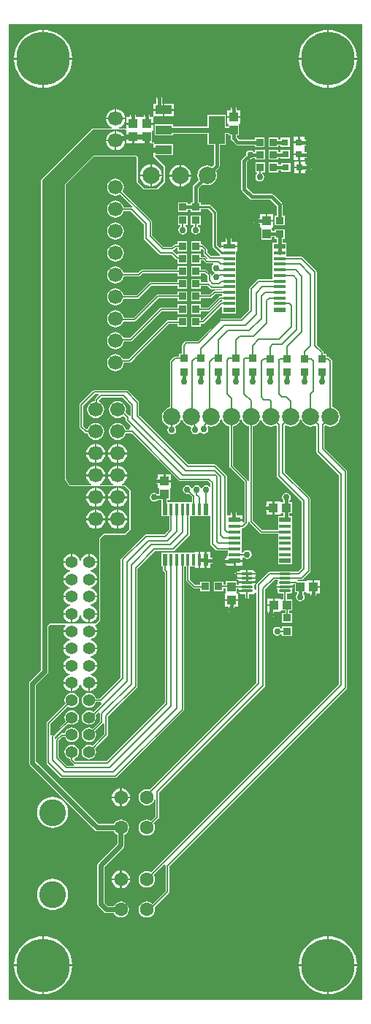
<source format=gtl>
G04*
G04 #@! TF.GenerationSoftware,Altium Limited,Altium Designer,20.2.6 (244)*
G04*
G04 Layer_Physical_Order=1*
G04 Layer_Color=255*
%FSLAX25Y25*%
%MOIN*%
G70*
G04*
G04 #@! TF.SameCoordinates,5CDB893B-C90A-4E4D-8252-5211010A0FC4*
G04*
G04*
G04 #@! TF.FilePolarity,Positive*
G04*
G01*
G75*
%ADD12C,0.01000*%
%ADD17O,0.05709X0.01181*%
%ADD18R,0.04134X0.03937*%
%ADD19R,0.03347X0.03543*%
%ADD20R,0.03937X0.04134*%
%ADD21R,0.03543X0.03347*%
%ADD22R,0.05315X0.02362*%
%ADD23R,0.05315X0.01575*%
%ADD24C,0.07874*%
%ADD25R,0.07284X0.12598*%
%ADD26R,0.07284X0.03937*%
%ADD27R,0.03150X0.03150*%
%ADD28R,0.02362X0.05315*%
%ADD29R,0.01575X0.05315*%
%ADD48C,0.01600*%
%ADD49C,0.00600*%
%ADD50C,0.02200*%
%ADD51C,0.01598*%
%ADD52C,0.06693*%
%ADD53C,0.06299*%
%ADD54C,0.12205*%
%ADD55C,0.05512*%
%ADD56C,0.24410*%
%ADD57C,0.02953*%
G36*
X163315Y2039D02*
X2039D01*
Y446780D01*
X163315D01*
X163315Y2039D01*
D02*
G37*
%LPC*%
G36*
X148038Y444316D02*
Y431502D01*
X160852D01*
X160720Y433174D01*
X160235Y435195D01*
X159440Y437116D01*
X158354Y438888D01*
X157004Y440468D01*
X155423Y441818D01*
X153651Y442904D01*
X151731Y443700D01*
X149710Y444185D01*
X148038Y444316D01*
D02*
G37*
G36*
X147238D02*
X145566Y444185D01*
X143545Y443700D01*
X141624Y442904D01*
X139852Y441818D01*
X138272Y440468D01*
X136922Y438888D01*
X135836Y437116D01*
X135040Y435195D01*
X134555Y433174D01*
X134424Y431502D01*
X147238D01*
Y444316D01*
D02*
G37*
G36*
X18116D02*
Y431502D01*
X30931D01*
X30799Y433174D01*
X30314Y435195D01*
X29518Y437116D01*
X28432Y438888D01*
X27083Y440468D01*
X25502Y441818D01*
X23730Y442904D01*
X21810Y443700D01*
X19789Y444185D01*
X18116Y444316D01*
D02*
G37*
G36*
X17316D02*
X15644Y444185D01*
X13623Y443700D01*
X11703Y442904D01*
X9931Y441818D01*
X8350Y440468D01*
X7001Y438888D01*
X5915Y437116D01*
X5119Y435195D01*
X4634Y433174D01*
X4502Y431502D01*
X17316D01*
Y444316D01*
D02*
G37*
G36*
X160852Y430702D02*
X148038D01*
Y417888D01*
X149710Y418020D01*
X151731Y418505D01*
X153651Y419301D01*
X155423Y420387D01*
X157004Y421736D01*
X158354Y423317D01*
X159440Y425089D01*
X160235Y427009D01*
X160720Y429030D01*
X160852Y430702D01*
D02*
G37*
G36*
X147238D02*
X134424D01*
X134555Y429030D01*
X135040Y427009D01*
X135836Y425089D01*
X136922Y423317D01*
X138272Y421736D01*
X139852Y420387D01*
X141624Y419301D01*
X143545Y418505D01*
X145566Y418020D01*
X147238Y417888D01*
Y430702D01*
D02*
G37*
G36*
X30931D02*
X18116D01*
Y417888D01*
X19789Y418020D01*
X21810Y418505D01*
X23730Y419301D01*
X25502Y420387D01*
X27083Y421736D01*
X28432Y423317D01*
X29518Y425089D01*
X30314Y427009D01*
X30799Y429030D01*
X30931Y430702D01*
D02*
G37*
G36*
X17316D02*
X4502D01*
X4634Y429030D01*
X5119Y427009D01*
X5915Y425089D01*
X7001Y423317D01*
X8350Y421736D01*
X9931Y420387D01*
X11703Y419301D01*
X13623Y418505D01*
X15644Y418020D01*
X17316Y417888D01*
Y430702D01*
D02*
G37*
G36*
X77339Y410724D02*
X73097D01*
Y408156D01*
X77339D01*
Y410724D01*
D02*
G37*
G36*
X70768Y415625D02*
X70261Y415524D01*
X69831Y415237D01*
X69543Y414807D01*
X69442Y414299D01*
Y410724D01*
X68055D01*
Y408156D01*
X72297D01*
Y410724D01*
X72093D01*
Y414299D01*
X71992Y414807D01*
X71705Y415237D01*
X71275Y415524D01*
X70768Y415625D01*
D02*
G37*
G36*
X104724Y410774D02*
X104217Y410673D01*
X103787Y410386D01*
X103500Y409956D01*
X103399Y409449D01*
Y407713D01*
X101716D01*
Y405046D01*
X107653D01*
Y407713D01*
X106050D01*
Y409449D01*
X105949Y409956D01*
X105662Y410386D01*
X105232Y410673D01*
X104724Y410774D01*
D02*
G37*
G36*
X77339Y407356D02*
X73097D01*
Y404787D01*
X77339D01*
Y407356D01*
D02*
G37*
G36*
X64961Y407625D02*
X64453Y407524D01*
X64023Y407236D01*
X63736Y406806D01*
X63635Y406299D01*
Y404524D01*
X62248D01*
X61748Y404524D01*
X61413Y404524D01*
X59987D01*
Y406299D01*
X59886Y406806D01*
X59599Y407236D01*
X59169Y407524D01*
X58661Y407625D01*
X58154Y407524D01*
X57724Y407236D01*
X57437Y406806D01*
X57336Y406299D01*
Y404524D01*
X55811D01*
Y401857D01*
X58780D01*
Y401057D01*
X55811D01*
Y399652D01*
X55771Y399584D01*
X55367Y399294D01*
X52487D01*
X52388Y399794D01*
X52940Y400022D01*
X53848Y400719D01*
X54545Y401627D01*
X54983Y402684D01*
X55079Y403419D01*
X50748D01*
X46417D01*
X46514Y402684D01*
X46951Y401627D01*
X47648Y400719D01*
X48556Y400022D01*
X49108Y399794D01*
X49009Y399294D01*
X40249Y399294D01*
X40248Y399294D01*
X39866Y399135D01*
X39866Y399135D01*
X16952Y376222D01*
X16794Y375839D01*
X16794Y375839D01*
X16794Y173583D01*
Y170915D01*
X16794Y170915D01*
Y152408D01*
X11681Y147295D01*
X11327Y146766D01*
X11203Y146142D01*
Y110079D01*
X11327Y109454D01*
X11681Y108925D01*
X41248Y79358D01*
X41777Y79005D01*
X42402Y78880D01*
X49914D01*
X50001Y78671D01*
X50586Y77909D01*
X51348Y77324D01*
X51518Y77254D01*
Y73117D01*
X42941Y64539D01*
X42587Y64010D01*
X42463Y63386D01*
Y45669D01*
X42587Y45045D01*
X42941Y44516D01*
X45500Y41957D01*
X46029Y41603D01*
X46654Y41479D01*
X49914D01*
X50001Y41270D01*
X50586Y40507D01*
X51348Y39922D01*
X52236Y39555D01*
X53189Y39429D01*
X54142Y39555D01*
X55029Y39922D01*
X55792Y40507D01*
X56377Y41270D01*
X56745Y42158D01*
X56870Y43110D01*
X56745Y44063D01*
X56377Y44951D01*
X55792Y45713D01*
X55029Y46298D01*
X54142Y46666D01*
X53189Y46791D01*
X52236Y46666D01*
X51348Y46298D01*
X50586Y45713D01*
X50001Y44951D01*
X49914Y44742D01*
X47329D01*
X45726Y46345D01*
Y62710D01*
X54303Y71287D01*
X54657Y71817D01*
X54781Y72441D01*
Y77221D01*
X55029Y77324D01*
X55792Y77909D01*
X56377Y78671D01*
X56745Y79559D01*
X56870Y80512D01*
X56745Y81464D01*
X56377Y82352D01*
X55792Y83115D01*
X55029Y83700D01*
X54142Y84067D01*
X53189Y84193D01*
X52236Y84067D01*
X51348Y83700D01*
X50586Y83115D01*
X50001Y82352D01*
X49914Y82143D01*
X43077D01*
X14466Y110755D01*
Y145466D01*
X19579Y150579D01*
X19932Y151108D01*
X20056Y151732D01*
Y172218D01*
X20880Y173041D01*
X23976D01*
X27618Y173041D01*
X27864Y172541D01*
X27428Y171973D01*
X27049Y171059D01*
X26973Y170479D01*
X30709D01*
Y169679D01*
X26973D01*
X27049Y169098D01*
X27428Y168185D01*
X28030Y167400D01*
X28815Y166798D01*
X29728Y166419D01*
X29923Y166394D01*
Y165890D01*
X29728Y165864D01*
X28815Y165486D01*
X28030Y164883D01*
X27428Y164099D01*
X27049Y163185D01*
X26973Y162605D01*
X30709D01*
Y161805D01*
X26973D01*
X27049Y161224D01*
X27428Y160311D01*
X28030Y159526D01*
X28815Y158924D01*
X29728Y158545D01*
X29923Y158520D01*
Y158016D01*
X29728Y157990D01*
X28815Y157612D01*
X28030Y157009D01*
X27428Y156225D01*
X27049Y155311D01*
X26973Y154731D01*
X30709D01*
Y153931D01*
X26973D01*
X27049Y153350D01*
X27428Y152437D01*
X28030Y151652D01*
X28815Y151050D01*
X29728Y150672D01*
X29923Y150646D01*
Y150142D01*
X29728Y150116D01*
X28815Y149738D01*
X28030Y149135D01*
X27428Y148351D01*
X27049Y147437D01*
X26973Y146857D01*
X30709D01*
Y146457D01*
X31109D01*
Y142721D01*
X31689Y142798D01*
X32603Y143176D01*
X33387Y143778D01*
X33989Y144562D01*
X34368Y145476D01*
X34394Y145671D01*
X34898D01*
X34923Y145476D01*
X35302Y144562D01*
X35904Y143778D01*
X36689Y143176D01*
X37602Y142798D01*
X38183Y142721D01*
Y146457D01*
X38583D01*
Y146857D01*
X42318D01*
X42242Y147437D01*
X41864Y148351D01*
X41261Y149135D01*
X40477Y149738D01*
X39563Y150116D01*
X39369Y150142D01*
Y150646D01*
X39563Y150672D01*
X40477Y151050D01*
X41261Y151652D01*
X41864Y152437D01*
X42242Y153350D01*
X42318Y153931D01*
X38583D01*
Y154731D01*
X42318D01*
X42242Y155311D01*
X41864Y156225D01*
X41261Y157009D01*
X40477Y157612D01*
X39563Y157990D01*
X39369Y158016D01*
Y158520D01*
X39563Y158545D01*
X40477Y158924D01*
X41261Y159526D01*
X41864Y160311D01*
X42242Y161224D01*
X42318Y161805D01*
X38583D01*
Y162605D01*
X42318D01*
X42242Y163185D01*
X41864Y164099D01*
X41261Y164883D01*
X40477Y165486D01*
X39563Y165864D01*
X39369Y165890D01*
Y166394D01*
X39563Y166419D01*
X40477Y166798D01*
X41261Y167400D01*
X41864Y168185D01*
X42242Y169098D01*
X42318Y169679D01*
X38583D01*
Y170479D01*
X42318D01*
X42242Y171059D01*
X41864Y171973D01*
X41427Y172541D01*
X41674Y173041D01*
X41693D01*
X41693Y173041D01*
X42076Y173200D01*
X43663Y174787D01*
X43663Y174787D01*
X43821Y175170D01*
X43821Y175170D01*
X43821Y212372D01*
X45498Y214026D01*
X55118D01*
X55501Y214184D01*
X57469Y216153D01*
X57628Y216535D01*
X57628Y216535D01*
Y234198D01*
X57628Y234198D01*
X57469Y234580D01*
X55474Y236576D01*
X55091Y236735D01*
X55091Y236735D01*
X53678D01*
X53579Y237234D01*
X53846Y237345D01*
X54754Y238042D01*
X55450Y238950D01*
X55888Y240007D01*
X55985Y240742D01*
X51653D01*
X47322D01*
X47419Y240007D01*
X47857Y238950D01*
X48554Y238042D01*
X49462Y237345D01*
X49729Y237234D01*
X49629Y236735D01*
X43678D01*
X43578Y237234D01*
X43845Y237345D01*
X44754Y238042D01*
X45450Y238950D01*
X45888Y240007D01*
X45985Y240742D01*
X41654D01*
X37322D01*
X37419Y240007D01*
X37857Y238950D01*
X38554Y238042D01*
X39462Y237345D01*
X39729Y237234D01*
X39629Y236735D01*
X29827D01*
X28073Y239541D01*
Y373764D01*
X40827Y386518D01*
X59985D01*
X60455Y386048D01*
X60455Y375051D01*
X60455Y375051D01*
X60614Y374669D01*
X60614Y374669D01*
X63645Y371637D01*
X63645Y371637D01*
X64028Y371479D01*
X64028Y371479D01*
X69658Y371479D01*
X69658Y371479D01*
X70041Y371637D01*
X73190Y374787D01*
X73349Y375170D01*
X73349Y375170D01*
Y381863D01*
X73349Y381863D01*
X73190Y382245D01*
X73190Y382245D01*
X68758Y386677D01*
X68965Y387177D01*
X76839D01*
Y392114D01*
X68979D01*
X68538Y392160D01*
X68393Y392547D01*
X68375Y392617D01*
X68288Y392733D01*
X68233Y392867D01*
X68169Y392894D01*
X68127Y392949D01*
X67984Y392970D01*
X67850Y393025D01*
X67350D01*
Y397890D01*
X67350Y398118D01*
X67738Y398390D01*
X67850D01*
Y401057D01*
X64882D01*
Y401857D01*
X67850D01*
Y404098D01*
X67850Y404255D01*
X67879Y404395D01*
X67905Y404483D01*
X67962Y404599D01*
X68185Y404750D01*
X68399Y404787D01*
X68508Y404787D01*
X72297D01*
Y407356D01*
X68055D01*
Y405213D01*
X68055Y405056D01*
X68026Y404916D01*
X68001Y404828D01*
X67943Y404712D01*
X67720Y404561D01*
X67506Y404524D01*
X67395Y404524D01*
X66286D01*
Y406299D01*
X66185Y406806D01*
X65898Y407236D01*
X65468Y407524D01*
X64961Y407625D01*
D02*
G37*
G36*
X51148Y408150D02*
Y404219D01*
X55079D01*
X54983Y404953D01*
X54545Y406011D01*
X53848Y406919D01*
X52940Y407616D01*
X51883Y408053D01*
X51148Y408150D01*
D02*
G37*
G36*
X50348D02*
X49613Y408053D01*
X48556Y407616D01*
X47648Y406919D01*
X46951Y406011D01*
X46514Y404953D01*
X46417Y404219D01*
X50348D01*
Y408150D01*
D02*
G37*
G36*
X101051Y405500D02*
X92768D01*
Y400332D01*
X76839D01*
Y401169D01*
X68555D01*
Y396232D01*
X76839D01*
Y397069D01*
X92768D01*
Y391902D01*
X95584D01*
Y382892D01*
X94590Y381898D01*
X93678Y382276D01*
X92520Y382428D01*
X91361Y382276D01*
X90282Y381828D01*
X89355Y381117D01*
X88644Y380190D01*
X88197Y379111D01*
X88044Y377953D01*
X88197Y376795D01*
X88575Y375882D01*
X86307Y373614D01*
X86019Y373184D01*
X85919Y372677D01*
Y365717D01*
X84972D01*
Y364869D01*
X83728D01*
Y365717D01*
X79185D01*
Y361370D01*
X83728D01*
Y362218D01*
X84972D01*
Y361370D01*
X89516D01*
Y362524D01*
X93121D01*
X95043Y360601D01*
Y345669D01*
X95121Y345279D01*
X95342Y344948D01*
X98472Y341818D01*
X98472Y341217D01*
X98408Y341131D01*
X94275D01*
X92520Y342886D01*
Y344123D01*
X92458Y344435D01*
X92281Y344700D01*
X92281Y344700D01*
X90774Y346207D01*
X90509Y346384D01*
X90197Y346446D01*
X90197Y346446D01*
X89555D01*
Y347902D01*
X85209D01*
Y343358D01*
X89555D01*
Y344411D01*
X90055Y344618D01*
X90888Y343785D01*
Y342548D01*
X90888Y342548D01*
X90950Y342236D01*
X91127Y341971D01*
X92828Y340271D01*
X92663Y339728D01*
X92550Y339706D01*
X91758Y340498D01*
X91493Y340675D01*
X91181Y340737D01*
X91181Y340737D01*
X89555D01*
Y342193D01*
X85209D01*
Y337650D01*
X89555D01*
Y339106D01*
X90843D01*
X91922Y338026D01*
X91922Y338026D01*
X92187Y337850D01*
X92499Y337788D01*
X95179D01*
X95331Y337287D01*
X95130Y337153D01*
X94693Y336500D01*
X94540Y335728D01*
X94693Y334957D01*
X95130Y334303D01*
X95784Y333867D01*
X95831Y333857D01*
X95873Y333446D01*
X95859Y333342D01*
X95229Y332921D01*
X94834Y332331D01*
X94800Y332331D01*
X94334Y332466D01*
X94272Y332778D01*
X94095Y333043D01*
X94095Y333043D01*
X92388Y334750D01*
X92123Y334927D01*
X91811Y334989D01*
X91811Y334989D01*
X89555D01*
Y336445D01*
X85209D01*
Y331902D01*
X89555D01*
Y333358D01*
X91473D01*
X92703Y332128D01*
Y330104D01*
X92703Y330103D01*
X92765Y329791D01*
X92851Y329662D01*
X92696Y329265D01*
X92599Y329162D01*
X89555D01*
Y330736D01*
X85209D01*
Y326193D01*
X89555D01*
Y327531D01*
X92618D01*
X93954Y326195D01*
X93954Y326195D01*
X94218Y326018D01*
X94530Y325956D01*
X99461D01*
Y325442D01*
X95886D01*
X95886Y325442D01*
X95574Y325380D01*
X95309Y325203D01*
X93678Y323572D01*
X89555D01*
Y325028D01*
X85209D01*
Y320484D01*
X89555D01*
Y321940D01*
X94016D01*
X94016Y321940D01*
X94328Y322002D01*
X94592Y322179D01*
X96224Y323810D01*
X99461D01*
Y322883D01*
X98445D01*
X98445Y322883D01*
X98133Y322820D01*
X97868Y322644D01*
X97868Y322644D01*
X92891Y317666D01*
X89555D01*
Y319122D01*
X85209D01*
Y314579D01*
X89555D01*
Y316035D01*
X93228D01*
X93228Y316035D01*
X93541Y316097D01*
X93805Y316274D01*
X98783Y321251D01*
X99461D01*
Y320554D01*
X99035Y320323D01*
X98723Y320261D01*
X98459Y320085D01*
X98459Y320085D01*
X90331Y311957D01*
X89555D01*
Y313413D01*
X85209D01*
Y308870D01*
X89555D01*
Y310326D01*
X90669D01*
X90669Y310326D01*
X90981Y310388D01*
X91246Y310565D01*
X98961Y318280D01*
X99112Y318262D01*
X99461Y318072D01*
Y314874D01*
X105776D01*
Y318220D01*
Y320779D01*
Y323339D01*
Y325898D01*
Y328457D01*
Y331016D01*
Y333575D01*
Y336134D01*
Y338693D01*
Y343311D01*
X106276D01*
Y345092D01*
X98961D01*
Y344867D01*
X98499Y344675D01*
X97083Y346092D01*
Y361024D01*
X97005Y361414D01*
X96784Y361745D01*
X94264Y364264D01*
X93933Y364485D01*
X93543Y364563D01*
X89516D01*
Y365717D01*
X88570D01*
Y372128D01*
X90449Y374008D01*
X91361Y373630D01*
X92520Y373478D01*
X93678Y373630D01*
X94757Y374077D01*
X95684Y374788D01*
X96395Y375715D01*
X96842Y376795D01*
X96995Y377953D01*
X96842Y379111D01*
X96465Y380023D01*
X97847Y381405D01*
X98134Y381835D01*
X98235Y382343D01*
Y391902D01*
X101051D01*
Y397069D01*
X102216D01*
Y396173D01*
X103360D01*
Y394882D01*
X103461Y394375D01*
X103748Y393945D01*
X105559Y392134D01*
X105989Y391846D01*
X106496Y391745D01*
X114461D01*
Y390799D01*
X118807D01*
Y395342D01*
X114461D01*
Y394396D01*
X107045D01*
X106010Y395431D01*
Y396173D01*
X107153D01*
Y401079D01*
X107153Y401307D01*
X107541Y401579D01*
X107653D01*
Y404246D01*
X101716D01*
Y401579D01*
X101829D01*
X102216Y401307D01*
X102216Y401079D01*
Y400332D01*
X101051D01*
Y405500D01*
D02*
G37*
G36*
X134049Y395646D02*
X131874D01*
Y393471D01*
X134049D01*
Y395646D01*
D02*
G37*
G36*
X124909Y395342D02*
X120563D01*
Y390799D01*
X124909D01*
Y391745D01*
X126075D01*
Y390996D01*
X130224D01*
Y395146D01*
X126075D01*
Y394396D01*
X124909D01*
Y395342D01*
D02*
G37*
G36*
X118846Y389634D02*
X114500D01*
Y388727D01*
X113696D01*
X113630Y388826D01*
X112976Y389263D01*
X112205Y389417D01*
X111434Y389263D01*
X110780Y388826D01*
X110343Y388173D01*
X110190Y387402D01*
X110213Y387284D01*
X108512Y385583D01*
X108224Y385153D01*
X108123Y384646D01*
Y371654D01*
X108224Y371146D01*
X108512Y370716D01*
X112055Y367173D01*
X112485Y366886D01*
X112992Y366785D01*
X121498D01*
X124265Y364018D01*
Y359457D01*
X123319D01*
Y355110D01*
X127862D01*
Y359457D01*
X126916D01*
Y364567D01*
X126815Y365074D01*
X126528Y365504D01*
X122985Y369047D01*
X122555Y369335D01*
X122047Y369436D01*
X113541D01*
X110774Y372203D01*
Y384097D01*
X112087Y385410D01*
X112205Y385386D01*
X112976Y385540D01*
X113630Y385977D01*
X113696Y386076D01*
X114500D01*
Y385090D01*
X118846D01*
Y389634D01*
D02*
G37*
G36*
X130264D02*
X126114D01*
Y388687D01*
X124949D01*
Y389634D01*
X120602D01*
Y385090D01*
X124949D01*
Y386037D01*
X126114D01*
Y385484D01*
X130264D01*
Y389634D01*
D02*
G37*
G36*
X137024Y395646D02*
X134849D01*
Y393071D01*
X134449D01*
Y392671D01*
X131874D01*
Y390617D01*
X131874Y390496D01*
X131913Y390012D01*
Y387959D01*
X134488D01*
Y387559D01*
X134888D01*
Y384984D01*
X137063D01*
Y386076D01*
X138976D01*
X139484Y386177D01*
X139914Y386464D01*
X140201Y386894D01*
X140302Y387402D01*
X140201Y387909D01*
X139914Y388339D01*
X139484Y388626D01*
X138976Y388727D01*
X137063D01*
Y390012D01*
X137063Y390134D01*
X137024Y390617D01*
Y391588D01*
X138583D01*
X139090Y391689D01*
X139520Y391976D01*
X139807Y392406D01*
X139908Y392913D01*
X139807Y393421D01*
X139520Y393851D01*
X139090Y394138D01*
X138583Y394239D01*
X137024D01*
Y395646D01*
D02*
G37*
G36*
X134088Y387159D02*
X131913D01*
Y384984D01*
X134088D01*
Y387159D01*
D02*
G37*
G36*
X134403Y384189D02*
X132228D01*
Y382014D01*
X134403D01*
Y384189D01*
D02*
G37*
G36*
X124988Y383886D02*
X120642D01*
Y379343D01*
X124988D01*
Y380290D01*
X126429D01*
Y379539D01*
X130579D01*
Y383689D01*
X126429D01*
Y382939D01*
X124988D01*
Y383886D01*
D02*
G37*
G36*
X137378Y384189D02*
X135203D01*
Y381614D01*
X134803D01*
D01*
X135203D01*
Y379039D01*
X137378D01*
Y380171D01*
X138976D01*
X139484Y380272D01*
X139914Y380559D01*
X140201Y380989D01*
X140302Y381496D01*
X140201Y382003D01*
X139914Y382433D01*
X139484Y382721D01*
X138976Y382821D01*
X137378D01*
Y384189D01*
D02*
G37*
G36*
X134403Y381214D02*
X132228D01*
Y379039D01*
X134403D01*
Y381214D01*
D02*
G37*
G36*
X80676Y382722D02*
Y378195D01*
X85202D01*
X85085Y379084D01*
X84588Y380285D01*
X83797Y381316D01*
X82765Y382108D01*
X81564Y382605D01*
X80676Y382722D01*
D02*
G37*
G36*
X79876D02*
X78987Y382605D01*
X77786Y382108D01*
X76754Y381316D01*
X75963Y380285D01*
X75466Y379084D01*
X75349Y378195D01*
X79876D01*
Y382722D01*
D02*
G37*
G36*
X118886Y383886D02*
X114539D01*
Y379343D01*
X115336D01*
X115488Y378842D01*
X115111Y378590D01*
X114674Y377937D01*
X114520Y377165D01*
X114674Y376394D01*
X115111Y375741D01*
X115764Y375304D01*
X116535Y375150D01*
X117307Y375304D01*
X117960Y375741D01*
X118397Y376394D01*
X118551Y377165D01*
X118397Y377937D01*
X117960Y378590D01*
X117583Y378842D01*
X117734Y379343D01*
X118886D01*
Y383886D01*
D02*
G37*
G36*
X85202Y377395D02*
X80676D01*
Y372868D01*
X81564Y372985D01*
X82765Y373483D01*
X83797Y374274D01*
X84588Y375306D01*
X85085Y376506D01*
X85202Y377395D01*
D02*
G37*
G36*
X79876D02*
X75349D01*
X75466Y376506D01*
X75963Y375306D01*
X76754Y374274D01*
X77786Y373483D01*
X78987Y372985D01*
X79876Y372868D01*
Y377395D01*
D02*
G37*
G36*
X50748Y376439D02*
X49744Y376307D01*
X48808Y375919D01*
X48005Y375302D01*
X47388Y374499D01*
X47001Y373563D01*
X46868Y372559D01*
X47001Y371555D01*
X47388Y370619D01*
X48005Y369816D01*
X48808Y369199D01*
X49744Y368812D01*
X50748Y368679D01*
X51752Y368812D01*
X52688Y369199D01*
X52839Y369315D01*
X58406Y363748D01*
X58111Y363335D01*
X57913Y363375D01*
X57913Y363375D01*
X54520D01*
X54496Y363563D01*
X54108Y364499D01*
X53491Y365302D01*
X52688Y365919D01*
X51752Y366306D01*
X50748Y366439D01*
X49744Y366306D01*
X48808Y365919D01*
X48005Y365302D01*
X47388Y364499D01*
X47001Y363563D01*
X46868Y362559D01*
X47001Y361555D01*
X47388Y360619D01*
X48005Y359816D01*
X48808Y359199D01*
X49744Y358812D01*
X50748Y358679D01*
X51752Y358812D01*
X52688Y359199D01*
X53491Y359816D01*
X54108Y360619D01*
X54496Y361555D01*
X54520Y361743D01*
X57576D01*
X63751Y355568D01*
Y349213D01*
X63751Y349213D01*
X63813Y348901D01*
X63990Y348636D01*
X70683Y341943D01*
X70683Y341943D01*
X70948Y341766D01*
X71260Y341704D01*
X76434D01*
X78481Y339657D01*
X78481Y339657D01*
X78746Y339480D01*
X79058Y339418D01*
X79106Y338937D01*
Y337650D01*
X83453D01*
Y342193D01*
X79106D01*
Y341992D01*
X78644Y341800D01*
X77348Y343096D01*
X77140Y343236D01*
X77110Y343504D01*
X77140Y343772D01*
X77348Y343911D01*
X78251Y344814D01*
X79106D01*
Y343358D01*
X83453D01*
Y347902D01*
X79106D01*
Y346446D01*
X77913D01*
X77601Y346384D01*
X77337Y346207D01*
X77337Y346207D01*
X76434Y345304D01*
X72779D01*
X67351Y350732D01*
Y356772D01*
X67351Y356772D01*
X67289Y357084D01*
X67112Y357348D01*
X67112Y357348D01*
X53992Y370468D01*
X54108Y370619D01*
X54496Y371555D01*
X54628Y372559D01*
X54496Y373563D01*
X54108Y374499D01*
X53491Y375302D01*
X52688Y375919D01*
X51752Y376307D01*
X50748Y376439D01*
D02*
G37*
G36*
X122653Y360252D02*
X120085D01*
Y357585D01*
X122653D01*
Y360252D01*
D02*
G37*
G36*
X89516Y359614D02*
X84972D01*
Y355268D01*
X86212D01*
X86364Y354768D01*
X85898Y354456D01*
X85461Y353803D01*
X85308Y353031D01*
X85461Y352260D01*
X85898Y351607D01*
X86552Y351170D01*
X87323Y351016D01*
X88094Y351170D01*
X88748Y351607D01*
X89185Y352260D01*
X89338Y353031D01*
X89185Y353803D01*
X88748Y354456D01*
X88282Y354768D01*
X88433Y355268D01*
X89516D01*
Y359614D01*
D02*
G37*
G36*
X83728D02*
X79185D01*
Y355268D01*
X80307D01*
X80458Y354768D01*
X79992Y354456D01*
X79556Y353803D01*
X79402Y353031D01*
X79556Y352260D01*
X79992Y351607D01*
X80646Y351170D01*
X81417Y351016D01*
X82188Y351170D01*
X82842Y351607D01*
X83279Y352260D01*
X83432Y353031D01*
X83279Y353803D01*
X82842Y354456D01*
X82376Y354768D01*
X82528Y355268D01*
X83728D01*
Y359614D01*
D02*
G37*
G36*
X50748Y356439D02*
X49744Y356307D01*
X48808Y355919D01*
X48005Y355302D01*
X47388Y354499D01*
X47001Y353563D01*
X46868Y352559D01*
X47001Y351555D01*
X47388Y350619D01*
X48005Y349816D01*
X48808Y349199D01*
X49744Y348812D01*
X50748Y348679D01*
X51752Y348812D01*
X52688Y349199D01*
X53491Y349816D01*
X54108Y350619D01*
X54496Y351555D01*
X54628Y352559D01*
X54496Y353563D01*
X54108Y354499D01*
X53491Y355302D01*
X52688Y355919D01*
X51752Y356307D01*
X50748Y356439D01*
D02*
G37*
G36*
X102362Y351325D02*
X101855Y351225D01*
X101425Y350937D01*
X101138Y350507D01*
X101037Y350000D01*
Y347673D01*
X98961D01*
Y345892D01*
X106276D01*
Y347673D01*
X103688D01*
Y350000D01*
X103587Y350507D01*
X103299Y350937D01*
X102869Y351225D01*
X102362Y351325D01*
D02*
G37*
G36*
X50748Y346439D02*
X49744Y346306D01*
X48808Y345919D01*
X48005Y345302D01*
X47388Y344499D01*
X47001Y343563D01*
X46868Y342559D01*
X47001Y341555D01*
X47388Y340619D01*
X48005Y339816D01*
X48808Y339199D01*
X49744Y338812D01*
X50748Y338679D01*
X51752Y338812D01*
X52688Y339199D01*
X53491Y339816D01*
X54108Y340619D01*
X54496Y341555D01*
X54628Y342559D01*
X54496Y343563D01*
X54108Y344499D01*
X53491Y345302D01*
X52688Y345919D01*
X51752Y346306D01*
X50748Y346439D01*
D02*
G37*
G36*
X83453Y336445D02*
X79106D01*
Y334989D01*
X62913D01*
X62601Y334927D01*
X62337Y334750D01*
X62337Y334750D01*
X61079Y333493D01*
X54505D01*
X54496Y333563D01*
X54108Y334499D01*
X53491Y335302D01*
X52688Y335919D01*
X51752Y336307D01*
X50748Y336439D01*
X49744Y336307D01*
X48808Y335919D01*
X48005Y335302D01*
X47388Y334499D01*
X47001Y333563D01*
X46868Y332559D01*
X47001Y331555D01*
X47388Y330619D01*
X48005Y329816D01*
X48808Y329199D01*
X49744Y328812D01*
X50748Y328679D01*
X51752Y328812D01*
X52688Y329199D01*
X53491Y329816D01*
X54108Y330619D01*
X54496Y331555D01*
X54536Y331861D01*
X61417D01*
X61417Y331861D01*
X61730Y331924D01*
X61994Y332100D01*
X63251Y333358D01*
X79106D01*
Y331902D01*
X83453D01*
Y336445D01*
D02*
G37*
G36*
X119285Y360252D02*
X116717D01*
Y358412D01*
X114961D01*
X114453Y358311D01*
X114023Y358024D01*
X113736Y357594D01*
X113635Y357087D01*
X113736Y356579D01*
X114023Y356149D01*
X114453Y355862D01*
X114961Y355761D01*
X116717D01*
Y354118D01*
X116829D01*
X117217Y353847D01*
X117217Y353618D01*
Y348713D01*
X122153D01*
Y349856D01*
X123319D01*
Y349008D01*
X124324D01*
Y347173D01*
X122492D01*
Y343811D01*
Y341252D01*
Y338693D01*
Y336134D01*
Y333575D01*
Y330560D01*
X115965D01*
X115965Y330560D01*
X115652Y330498D01*
X115388Y330321D01*
X112022Y326955D01*
X111845Y326690D01*
X111783Y326378D01*
X111783Y326378D01*
Y316480D01*
X107930Y312627D01*
X98819D01*
X98819Y312627D01*
X98507Y312565D01*
X98242Y312388D01*
X98242Y312388D01*
X88245Y302391D01*
X83071D01*
X82759Y302328D01*
X82494Y302152D01*
X82494Y302151D01*
X81313Y300971D01*
X81136Y300706D01*
X81074Y300394D01*
X81074Y300394D01*
Y296661D01*
X79618D01*
Y295304D01*
X77953D01*
X77641Y295242D01*
X77376Y295065D01*
X77376Y295065D01*
X75801Y293490D01*
X75624Y293226D01*
X75562Y292913D01*
X75562Y292913D01*
Y272163D01*
X75220Y272118D01*
X74140Y271671D01*
X73213Y270960D01*
X72502Y270033D01*
X72055Y268954D01*
X71903Y267795D01*
X72055Y266637D01*
X72502Y265558D01*
X73213Y264631D01*
X74140Y263920D01*
X74718Y263680D01*
X74774Y263574D01*
X74851Y263084D01*
X74516Y262582D01*
X74363Y261811D01*
X74516Y261040D01*
X74953Y260386D01*
X75607Y259949D01*
X76378Y259796D01*
X77149Y259949D01*
X77803Y260386D01*
X78240Y261040D01*
X78393Y261811D01*
X78240Y262582D01*
X77904Y263084D01*
X77982Y263574D01*
X78038Y263680D01*
X78616Y263920D01*
X79542Y264631D01*
X80254Y265558D01*
X80648Y266510D01*
X81163Y266510D01*
X81557Y265558D01*
X82269Y264631D01*
X83195Y263920D01*
X84275Y263473D01*
X85094Y263365D01*
X85337Y262828D01*
X85225Y262660D01*
X85071Y261889D01*
X85225Y261118D01*
X85662Y260464D01*
X86315Y260028D01*
X87086Y259874D01*
X87858Y260028D01*
X88511Y260464D01*
X88840Y260956D01*
X89339Y261012D01*
X89418Y260991D01*
X89638Y260662D01*
X90292Y260225D01*
X91063Y260071D01*
X91834Y260225D01*
X92488Y260662D01*
X92925Y261315D01*
X93078Y262087D01*
X92925Y262858D01*
X92702Y263192D01*
X93033Y263595D01*
X93330Y263473D01*
X94488Y263320D01*
X95647Y263473D01*
X96726Y263920D01*
X97653Y264631D01*
X98364Y265558D01*
X98759Y266510D01*
X99273Y266510D01*
X99668Y265558D01*
X100379Y264631D01*
X101306Y263920D01*
X102385Y263473D01*
X102728Y263427D01*
Y245276D01*
X102728Y245276D01*
X102790Y244963D01*
X102966Y244699D01*
X109566Y238100D01*
Y219811D01*
X109254Y219557D01*
X108795Y219757D01*
Y220407D01*
X105138D01*
Y221207D01*
X108795D01*
Y222988D01*
X106050D01*
Y224803D01*
X105949Y225310D01*
X105662Y225740D01*
X105232Y226028D01*
X104724Y226129D01*
X104217Y226028D01*
X103787Y225740D01*
X103500Y225310D01*
X103399Y224803D01*
Y222988D01*
X101603D01*
Y240551D01*
X101541Y240863D01*
X101364Y241128D01*
X101364Y241128D01*
X96640Y245852D01*
X96375Y246029D01*
X96063Y246091D01*
X96063Y246091D01*
X84039D01*
X61446Y268684D01*
Y274410D01*
X61383Y274722D01*
X61207Y274986D01*
X61207Y274986D01*
X56443Y279750D01*
X56178Y279927D01*
X55866Y279989D01*
X55866Y279989D01*
X40984D01*
X40672Y279927D01*
X40407Y279750D01*
X40407Y279750D01*
X34463Y273805D01*
X34286Y273540D01*
X34224Y273228D01*
X34224Y273228D01*
Y263386D01*
X34224Y263386D01*
X34286Y263074D01*
X34463Y262809D01*
X36707Y260565D01*
X36707Y260565D01*
X36971Y260388D01*
X37284Y260326D01*
X37284Y260326D01*
X37881D01*
X37906Y260138D01*
X38294Y259202D01*
X38910Y258398D01*
X39714Y257782D01*
X40649Y257394D01*
X41653Y257262D01*
X42658Y257394D01*
X43593Y257782D01*
X44397Y258398D01*
X45013Y259202D01*
X45401Y260138D01*
X45533Y261142D01*
X45401Y262146D01*
X45013Y263082D01*
X44397Y263885D01*
X43593Y264502D01*
X42658Y264889D01*
X41653Y265021D01*
X40649Y264889D01*
X39714Y264502D01*
X38910Y263885D01*
X38294Y263082D01*
X37975Y262311D01*
X37539Y262166D01*
X37405Y262173D01*
X35855Y263724D01*
Y272890D01*
X41322Y278358D01*
X42954D01*
X43161Y277858D01*
X41549Y276246D01*
X41372Y275981D01*
X41310Y275669D01*
X41310Y275669D01*
Y274976D01*
X40649Y274889D01*
X39714Y274502D01*
X38910Y273885D01*
X38294Y273082D01*
X37906Y272146D01*
X37774Y271142D01*
X37906Y270138D01*
X38294Y269202D01*
X38910Y268398D01*
X39714Y267782D01*
X40649Y267394D01*
X41653Y267262D01*
X42658Y267394D01*
X43593Y267782D01*
X44397Y268398D01*
X45013Y269202D01*
X45401Y270138D01*
X45533Y271142D01*
X45401Y272146D01*
X45013Y273082D01*
X44397Y273885D01*
X43593Y274502D01*
X42942Y274771D01*
Y275331D01*
X44354Y276743D01*
X53953D01*
X57649Y273048D01*
Y269125D01*
X57649Y268724D01*
X57287Y268369D01*
X56740Y268429D01*
X55293Y269877D01*
X55401Y270138D01*
X55533Y271142D01*
X55401Y272146D01*
X55013Y273082D01*
X54397Y273885D01*
X53593Y274502D01*
X52658Y274889D01*
X51653Y275021D01*
X50649Y274889D01*
X49714Y274502D01*
X48910Y273885D01*
X48294Y273082D01*
X47906Y272146D01*
X47774Y271142D01*
X47906Y270138D01*
X48294Y269202D01*
X48910Y268398D01*
X49714Y267782D01*
X50649Y267394D01*
X51653Y267262D01*
X52658Y267394D01*
X53593Y267782D01*
X54397Y268398D01*
X54460Y268403D01*
X55484Y267379D01*
Y266378D01*
X55484Y266378D01*
X55546Y266066D01*
X55722Y265801D01*
X57264Y264259D01*
X57598Y263898D01*
Y263898D01*
X57540Y263735D01*
X57540Y263735D01*
X56960Y262126D01*
X56960D01*
X56960Y262125D01*
X56530Y261957D01*
X55426D01*
X55401Y262146D01*
X55013Y263082D01*
X54397Y263885D01*
X53593Y264502D01*
X52658Y264889D01*
X51653Y265021D01*
X50649Y264889D01*
X49714Y264502D01*
X48910Y263885D01*
X48294Y263082D01*
X47906Y262146D01*
X47774Y261142D01*
X47906Y260138D01*
X48294Y259202D01*
X48910Y258398D01*
X49714Y257782D01*
X50649Y257394D01*
X51653Y257262D01*
X52658Y257394D01*
X53593Y257782D01*
X54397Y258398D01*
X55013Y259202D01*
X55401Y260138D01*
X55426Y260326D01*
X58048D01*
X79581Y238793D01*
X79581Y238793D01*
X79845Y238616D01*
X80158Y238554D01*
X80158Y238554D01*
X93087D01*
X94066Y237576D01*
Y236169D01*
X93566Y236017D01*
X93530Y236071D01*
X92877Y236507D01*
X92106Y236661D01*
X91334Y236507D01*
X90681Y236071D01*
X90244Y235417D01*
X90205Y235223D01*
X89696D01*
X89657Y235417D01*
X89220Y236071D01*
X88566Y236507D01*
X87795Y236661D01*
X87024Y236507D01*
X86370Y236071D01*
X85934Y235417D01*
X85885Y235172D01*
X85375D01*
X85326Y235417D01*
X84890Y236071D01*
X84236Y236507D01*
X83465Y236661D01*
X82693Y236507D01*
X82040Y236071D01*
X81603Y235417D01*
X81450Y234646D01*
X81603Y233875D01*
X82040Y233221D01*
X82693Y232784D01*
X83465Y232631D01*
X84183Y232773D01*
X85562Y231394D01*
Y228787D01*
X74436D01*
Y229992D01*
X75579D01*
Y234898D01*
X75579Y235126D01*
X75966Y235398D01*
X76079D01*
Y238065D01*
X73110D01*
Y238465D01*
X72710D01*
Y241531D01*
X70142D01*
Y239751D01*
X68504D01*
X67997Y239650D01*
X67567Y239362D01*
X67279Y238932D01*
X67178Y238425D01*
X67279Y237918D01*
X67567Y237488D01*
X67997Y237201D01*
X68504Y237100D01*
X70142D01*
Y235398D01*
X70254D01*
X70642Y235126D01*
X70642Y234898D01*
Y232585D01*
X69724D01*
X69157Y232964D01*
X68386Y233118D01*
X67615Y232964D01*
X66961Y232527D01*
X66524Y231873D01*
X66371Y231102D01*
X66524Y230331D01*
X66961Y229678D01*
X67615Y229241D01*
X68386Y229087D01*
X69157Y229241D01*
X69811Y229678D01*
X69982Y229934D01*
X71785D01*
Y228787D01*
X71508D01*
Y222473D01*
X75326D01*
Y216637D01*
X72891Y214201D01*
X64567D01*
X64567Y214201D01*
X64255Y214139D01*
X63990Y213963D01*
X63990Y213963D01*
X53360Y203333D01*
X53183Y203068D01*
X53121Y202756D01*
X53121Y202756D01*
Y148763D01*
X43757Y139398D01*
X41759D01*
X41755Y139433D01*
X41427Y140225D01*
X40905Y140905D01*
X40225Y141427D01*
X39433Y141755D01*
X38583Y141867D01*
X37733Y141755D01*
X36941Y141427D01*
X36261Y140905D01*
X35739Y140225D01*
X35411Y139433D01*
X35299Y138583D01*
X35411Y137733D01*
X35739Y136941D01*
X36261Y136260D01*
X36941Y135739D01*
X37733Y135411D01*
X38583Y135299D01*
X39433Y135411D01*
X40225Y135739D01*
X40905Y136260D01*
X41427Y136941D01*
X41755Y137733D01*
X41759Y137767D01*
X44094D01*
X44094Y137767D01*
X44102Y137769D01*
X44367Y136860D01*
X40698Y133190D01*
X40225Y133553D01*
X39433Y133881D01*
X38583Y133993D01*
X37733Y133881D01*
X36941Y133553D01*
X36261Y133031D01*
X35739Y132351D01*
X35411Y131559D01*
X35299Y130709D01*
X35411Y129859D01*
X35739Y129067D01*
X36261Y128386D01*
X36941Y127865D01*
X37733Y127537D01*
X38583Y127425D01*
X39433Y127537D01*
X40225Y127865D01*
X40905Y128386D01*
X41427Y129067D01*
X41755Y129859D01*
X41867Y130709D01*
X41755Y131559D01*
X41643Y131828D01*
X42983Y133168D01*
X43676Y132694D01*
X43672Y132677D01*
X43672Y132677D01*
Y129078D01*
X40252Y125658D01*
X40225Y125679D01*
X39433Y126007D01*
X38583Y126119D01*
X37733Y126007D01*
X36941Y125679D01*
X36261Y125157D01*
X35739Y124477D01*
X35411Y123685D01*
X35299Y122835D01*
X35411Y121985D01*
X35739Y121193D01*
X36261Y120512D01*
X36941Y119991D01*
X37733Y119663D01*
X38583Y119551D01*
X39433Y119663D01*
X40225Y119991D01*
X40905Y120512D01*
X41427Y121193D01*
X41755Y121985D01*
X41867Y122835D01*
X41755Y123685D01*
X41427Y124477D01*
X41406Y124504D01*
X45065Y128163D01*
X45065Y128163D01*
X45563Y128031D01*
X45641Y127976D01*
Y123172D01*
X40252Y117784D01*
X40225Y117805D01*
X39433Y118133D01*
X38583Y118245D01*
X37733Y118133D01*
X36941Y117805D01*
X36261Y117283D01*
X35739Y116603D01*
X35411Y115811D01*
X35299Y114961D01*
X35411Y114111D01*
X35739Y113319D01*
X36261Y112638D01*
X36941Y112117D01*
X37733Y111788D01*
X38583Y111677D01*
X39433Y111788D01*
X40225Y112117D01*
X40905Y112638D01*
X41427Y113319D01*
X41755Y114111D01*
X41867Y114961D01*
X41755Y115811D01*
X41427Y116603D01*
X41406Y116630D01*
X47033Y122258D01*
X47034Y122258D01*
X47210Y122522D01*
X47272Y122835D01*
Y131158D01*
X60419Y144305D01*
X60419Y144305D01*
X60596Y144570D01*
X60658Y144882D01*
Y198481D01*
X68805Y206628D01*
X77128D01*
X77128Y206628D01*
X77441Y206690D01*
X77705Y206867D01*
X84396Y213557D01*
X84396Y213557D01*
X84572Y213822D01*
X84635Y214134D01*
Y222473D01*
X93571D01*
Y222473D01*
X94066Y222461D01*
Y209921D01*
X94066Y209921D01*
X94128Y209609D01*
X94305Y209345D01*
X96608Y207041D01*
X96608Y207041D01*
X96873Y206865D01*
X97185Y206803D01*
X97185Y206803D01*
X101980D01*
Y204287D01*
X101480D01*
Y203294D01*
X99606D01*
X99099Y203193D01*
X98669Y202906D01*
X98382Y202476D01*
X98281Y201969D01*
X98382Y201461D01*
X98669Y201031D01*
X99099Y200744D01*
X99606Y200643D01*
X101480D01*
Y199925D01*
X104738D01*
Y202106D01*
X105138D01*
Y202506D01*
X108795D01*
Y203622D01*
X109295Y203774D01*
X109402Y203614D01*
X110056Y203178D01*
X110827Y203024D01*
X111598Y203178D01*
X112252Y203614D01*
X112689Y204268D01*
X112842Y205039D01*
X112689Y205810D01*
X112252Y206464D01*
X111598Y206901D01*
X110827Y207054D01*
X110056Y206901D01*
X109402Y206464D01*
X109001Y205865D01*
X108295D01*
Y208890D01*
Y211449D01*
Y214008D01*
Y217039D01*
X108799D01*
X108799Y217039D01*
X109111Y217101D01*
X109376Y217278D01*
X110958Y218860D01*
X110958Y218860D01*
X111135Y219124D01*
X111197Y219437D01*
X111197Y219437D01*
Y238437D01*
X111197Y238438D01*
X111135Y238750D01*
X110958Y239014D01*
X104359Y245614D01*
Y263427D01*
X104702Y263473D01*
X105781Y263920D01*
X106708Y264631D01*
X107419Y265558D01*
X107814Y266510D01*
X108328D01*
X108723Y265558D01*
X109434Y264631D01*
X110361Y263920D01*
X111440Y263473D01*
X111783Y263427D01*
Y220079D01*
X111783Y220079D01*
X111845Y219767D01*
X112022Y219502D01*
X116805Y214719D01*
X117070Y214542D01*
X117382Y214480D01*
X117382Y214480D01*
X125012D01*
Y211449D01*
Y208890D01*
Y206331D01*
Y203772D01*
Y200425D01*
X131327D01*
Y203772D01*
Y206331D01*
Y208890D01*
Y211449D01*
Y214008D01*
Y216567D01*
Y219126D01*
Y222488D01*
X130066D01*
Y223831D01*
X131307D01*
Y228768D01*
X130066D01*
Y229611D01*
X130165Y229678D01*
X130602Y230331D01*
X130755Y231102D01*
X130602Y231873D01*
X130165Y232527D01*
X129511Y232964D01*
X128740Y233118D01*
X127969Y232964D01*
X127315Y232527D01*
X126878Y231873D01*
X126725Y231102D01*
X126878Y230331D01*
X127315Y229678D01*
X127415Y229611D01*
Y229121D01*
X127061Y228768D01*
X126173Y228768D01*
X125902Y229155D01*
Y229268D01*
X123235D01*
Y226299D01*
Y223331D01*
X125902D01*
Y223443D01*
X126173Y223831D01*
X126402Y223831D01*
X127415D01*
Y222488D01*
X125012D01*
Y219126D01*
Y216111D01*
X117720D01*
X113414Y220417D01*
Y263427D01*
X113757Y263473D01*
X114836Y263920D01*
X115763Y264631D01*
X116474Y265558D01*
X116816Y266383D01*
X117357D01*
X117699Y265558D01*
X118410Y264631D01*
X119337Y263920D01*
X120416Y263473D01*
X121575Y263320D01*
X122733Y263473D01*
X123812Y263920D01*
X123964Y264036D01*
X124381Y263726D01*
Y240945D01*
X124381Y240945D01*
X124443Y240633D01*
X124620Y240368D01*
X135722Y229266D01*
Y198765D01*
X134072Y197115D01*
X131077D01*
X130760Y197327D01*
X130335Y197411D01*
X125807D01*
X125382Y197327D01*
X125065Y197115D01*
X121024D01*
X121024Y197115D01*
X120712Y197053D01*
X120447Y196876D01*
X120447Y196876D01*
X115289Y191718D01*
X115113Y191454D01*
X115050Y191142D01*
X115050Y191142D01*
Y188892D01*
X114550Y188843D01*
X114510Y189046D01*
X114158Y189572D01*
X113893Y189749D01*
X114039Y189968D01*
X114124Y190394D01*
X114039Y190819D01*
X113893Y191038D01*
X114158Y191216D01*
X114510Y191742D01*
X114554Y191962D01*
X110748D01*
X106942D01*
X106986Y191742D01*
X107008Y191709D01*
X106740Y191209D01*
X106012D01*
Y192803D01*
X101075D01*
Y191249D01*
X99870D01*
Y192705D01*
X95524D01*
Y188161D01*
X99870D01*
Y189617D01*
X101075D01*
X101075Y187669D01*
X100687Y187398D01*
X100575D01*
Y184731D01*
X103543D01*
X106512D01*
Y187398D01*
X106399D01*
X106012Y187669D01*
X106012Y187898D01*
Y189578D01*
X106740D01*
X107008Y189078D01*
X106986Y189046D01*
X106942Y188825D01*
X110748D01*
Y188025D01*
X106942D01*
X106986Y187805D01*
X107337Y187278D01*
X107864Y186927D01*
X108484Y186803D01*
X109972D01*
Y183583D01*
X110034Y183271D01*
X110211Y183006D01*
X110475Y182829D01*
X110787Y182767D01*
X111100Y182829D01*
X111364Y183006D01*
X111541Y183271D01*
X111603Y183583D01*
Y186803D01*
X113012D01*
X113632Y186927D01*
X114158Y187278D01*
X114510Y187805D01*
X114550Y188008D01*
X115050Y187959D01*
Y146519D01*
X66254Y97722D01*
X65953Y97847D01*
X65000Y97972D01*
X64047Y97847D01*
X63159Y97479D01*
X62397Y96894D01*
X61812Y96132D01*
X61444Y95244D01*
X61319Y94291D01*
X61444Y93339D01*
X61812Y92451D01*
X62397Y91688D01*
X63159Y91103D01*
X64047Y90736D01*
X65000Y90610D01*
X65953Y90736D01*
X66840Y91103D01*
X67603Y91688D01*
X68188Y92451D01*
X68497Y93196D01*
X68997Y93097D01*
Y85662D01*
X66950Y83616D01*
X66840Y83700D01*
X65953Y84067D01*
X65000Y84193D01*
X64047Y84067D01*
X63159Y83700D01*
X62397Y83115D01*
X61812Y82352D01*
X61444Y81464D01*
X61319Y80512D01*
X61444Y79559D01*
X61812Y78671D01*
X62397Y77909D01*
X63159Y77324D01*
X64047Y76956D01*
X65000Y76831D01*
X65953Y76956D01*
X66840Y77324D01*
X67603Y77909D01*
X68188Y78671D01*
X68556Y79559D01*
X68681Y80512D01*
X68556Y81464D01*
X68188Y82352D01*
X68104Y82462D01*
X70389Y84747D01*
X70566Y85012D01*
X70628Y85324D01*
X70628Y85324D01*
Y96640D01*
X118726Y144738D01*
X118726Y144738D01*
X118903Y145003D01*
X118965Y145315D01*
X118965Y145315D01*
Y189140D01*
X123341Y193515D01*
X124710D01*
X124761Y193455D01*
X124930Y193020D01*
X124926Y193007D01*
X124780Y192788D01*
X124695Y192362D01*
X124780Y191937D01*
X124926Y191718D01*
X124660Y191540D01*
X124426Y191190D01*
X123091D01*
X122992Y191209D01*
X122680Y191147D01*
X122415Y190971D01*
X122239Y190706D01*
X122176Y190394D01*
X122239Y190082D01*
X122415Y189817D01*
X122435Y189797D01*
X122435Y189797D01*
X122700Y189620D01*
X123012Y189558D01*
X124452D01*
X124660Y189247D01*
X124926Y189069D01*
X124780Y188851D01*
X124695Y188425D01*
X124780Y188000D01*
X125021Y187639D01*
X125382Y187398D01*
X125807Y187313D01*
X127255D01*
Y184791D01*
X126902Y184437D01*
X126331Y184437D01*
X126059Y184825D01*
Y184937D01*
X123392D01*
Y181968D01*
X122992D01*
Y181569D01*
X119925D01*
Y179000D01*
X120502D01*
Y177425D01*
X120603Y176918D01*
X120890Y176488D01*
X121320Y176200D01*
X121827Y176099D01*
X122334Y176200D01*
X122764Y176488D01*
X123052Y176918D01*
X123153Y177425D01*
Y179000D01*
X126059D01*
Y179113D01*
X126331Y179500D01*
X126559Y179500D01*
X128240D01*
Y178315D01*
X126784D01*
Y173969D01*
X131327D01*
Y178315D01*
X129871D01*
Y179500D01*
X131465D01*
Y184437D01*
X128886D01*
Y187313D01*
X130335D01*
X130760Y187398D01*
X131121Y187639D01*
X131362Y188000D01*
X131447Y188425D01*
X131362Y188851D01*
X131216Y189069D01*
X131481Y189247D01*
X131833Y189773D01*
X131877Y189994D01*
X128071D01*
Y190794D01*
X131877D01*
X131833Y191014D01*
X131811Y191047D01*
X132079Y191546D01*
X132551D01*
Y187847D01*
X133714D01*
Y187239D01*
X133615Y187173D01*
X133178Y186519D01*
X133024Y185748D01*
X133178Y184977D01*
X133615Y184323D01*
X134268Y183886D01*
X135039Y183733D01*
X135810Y183886D01*
X136464Y184323D01*
X136901Y184977D01*
X137055Y185748D01*
X136901Y186519D01*
X136464Y187173D01*
X136546Y187674D01*
X136718Y187847D01*
X137685Y187847D01*
X137957Y187459D01*
Y187346D01*
X139580D01*
Y185709D01*
X139681Y185201D01*
X139968Y184771D01*
X140398Y184484D01*
X140905Y184383D01*
X141413Y184484D01*
X141843Y184771D01*
X142130Y185201D01*
X142231Y185709D01*
Y187346D01*
X144091D01*
Y189915D01*
X141024D01*
Y190315D01*
X140624D01*
Y193283D01*
X137957D01*
Y193171D01*
X137685Y192783D01*
X137457Y192783D01*
X133843D01*
X133644Y193015D01*
X133874Y193515D01*
X135748D01*
X135748Y193515D01*
X136060Y193577D01*
X136325Y193754D01*
X139435Y196864D01*
X139435Y196864D01*
X139612Y197129D01*
X139674Y197441D01*
Y230433D01*
X139674Y230433D01*
X139612Y230745D01*
X139435Y231010D01*
X139435Y231010D01*
X127981Y242464D01*
Y263696D01*
X128440Y263973D01*
X128510Y263920D01*
X129590Y263473D01*
X130748Y263320D01*
X131906Y263473D01*
X132986Y263920D01*
X133913Y264631D01*
X134624Y265558D01*
X134985Y266430D01*
X135527D01*
X135888Y265558D01*
X136599Y264631D01*
X137526Y263920D01*
X138605Y263473D01*
X139764Y263320D01*
X140922Y263473D01*
X142001Y263920D01*
X142491Y263665D01*
Y251969D01*
X142491Y251969D01*
X142553Y251656D01*
X142730Y251392D01*
X152728Y241394D01*
Y145771D01*
X66950Y59993D01*
X66840Y60078D01*
X65953Y60445D01*
X65000Y60571D01*
X64047Y60445D01*
X63160Y60078D01*
X62397Y59493D01*
X61812Y58730D01*
X61444Y57842D01*
X61319Y56890D01*
X61444Y55937D01*
X61812Y55049D01*
X62397Y54287D01*
X63160Y53702D01*
X64047Y53334D01*
X65000Y53209D01*
X65953Y53334D01*
X66840Y53702D01*
X67603Y54287D01*
X68188Y55049D01*
X68556Y55937D01*
X68681Y56890D01*
X68556Y57842D01*
X68188Y58730D01*
X68104Y58840D01*
X72872Y63608D01*
X73654Y63310D01*
X73656Y63304D01*
X73594Y62992D01*
X73594Y62992D01*
Y51519D01*
X67777Y45702D01*
X67603Y45713D01*
X66841Y46298D01*
X65953Y46666D01*
X65000Y46791D01*
X64047Y46666D01*
X63160Y46298D01*
X62397Y45713D01*
X61812Y44951D01*
X61444Y44063D01*
X61319Y43110D01*
X61444Y42158D01*
X61812Y41270D01*
X62397Y40507D01*
X63160Y39922D01*
X64047Y39555D01*
X65000Y39429D01*
X65953Y39555D01*
X66841Y39922D01*
X67603Y40507D01*
X68188Y41270D01*
X68556Y42158D01*
X68681Y43110D01*
X68556Y44063D01*
X68523Y44141D01*
X74986Y50604D01*
X74986Y50604D01*
X75163Y50869D01*
X75225Y51181D01*
X75225Y51181D01*
Y62654D01*
X156089Y143518D01*
X156089Y143518D01*
X156265Y143782D01*
X156327Y144095D01*
X156327Y144095D01*
Y242913D01*
X156327Y242913D01*
X156265Y243226D01*
X156089Y243490D01*
X156089Y243490D01*
X146049Y253530D01*
Y263698D01*
X146457Y264015D01*
X146581Y263920D01*
X147661Y263473D01*
X148819Y263320D01*
X149977Y263473D01*
X151057Y263920D01*
X151983Y264631D01*
X152695Y265558D01*
X153142Y266637D01*
X153294Y267795D01*
X153142Y268954D01*
X152695Y270033D01*
X151983Y270960D01*
X151057Y271671D01*
X149977Y272118D01*
X149635Y272163D01*
Y293307D01*
X149573Y293619D01*
X149396Y293884D01*
X149396Y293884D01*
X148352Y294927D01*
X148088Y295104D01*
X147776Y295166D01*
X147775Y295166D01*
X147153D01*
Y296524D01*
X145697D01*
Y297244D01*
X145635Y297556D01*
X145459Y297821D01*
X145459Y297821D01*
X142548Y300732D01*
Y333858D01*
X142548Y333858D01*
X142486Y334171D01*
X142309Y334435D01*
X142309Y334435D01*
X136187Y340557D01*
X135923Y340734D01*
X135610Y340796D01*
X135610Y340796D01*
X128807D01*
Y343811D01*
Y347173D01*
X126975D01*
Y349008D01*
X127862D01*
Y353354D01*
X123319D01*
Y352507D01*
X122507D01*
X122153Y352860D01*
X122153Y353847D01*
X122541Y354118D01*
X122653D01*
Y356785D01*
X119685D01*
Y357185D01*
X119285D01*
Y360252D01*
D02*
G37*
G36*
X83453Y330736D02*
X79106D01*
Y329280D01*
X66654D01*
X66341Y329218D01*
X66077Y329041D01*
X66077Y329041D01*
X60292Y323257D01*
X54536D01*
X54496Y323563D01*
X54108Y324499D01*
X53491Y325302D01*
X52688Y325919D01*
X51752Y326307D01*
X50748Y326439D01*
X49744Y326307D01*
X48808Y325919D01*
X48005Y325302D01*
X47388Y324499D01*
X47001Y323563D01*
X46868Y322559D01*
X47001Y321555D01*
X47388Y320619D01*
X48005Y319816D01*
X48808Y319199D01*
X49744Y318812D01*
X50748Y318679D01*
X51752Y318812D01*
X52688Y319199D01*
X53491Y319816D01*
X54108Y320619D01*
X54496Y321555D01*
X54505Y321625D01*
X60630D01*
X60630Y321625D01*
X60942Y321687D01*
X61207Y321864D01*
X66991Y327649D01*
X79106D01*
Y326193D01*
X83453D01*
Y330736D01*
D02*
G37*
G36*
Y325028D02*
X79106D01*
Y323650D01*
X70079D01*
X70079Y323650D01*
X69767Y323588D01*
X69502Y323411D01*
X69502Y323411D01*
X59111Y313020D01*
X54567D01*
X54496Y313563D01*
X54108Y314499D01*
X53491Y315302D01*
X52688Y315919D01*
X51752Y316306D01*
X50748Y316439D01*
X49744Y316306D01*
X48808Y315919D01*
X48005Y315302D01*
X47388Y314499D01*
X47001Y313563D01*
X46868Y312559D01*
X47001Y311555D01*
X47388Y310619D01*
X48005Y309816D01*
X48808Y309199D01*
X49744Y308812D01*
X50748Y308679D01*
X51752Y308812D01*
X52688Y309199D01*
X53491Y309816D01*
X54108Y310619D01*
X54427Y311389D01*
X59449D01*
X59449Y311389D01*
X59761Y311451D01*
X60026Y311628D01*
X70417Y322019D01*
X79106D01*
Y320484D01*
X83453D01*
Y325028D01*
D02*
G37*
G36*
Y319122D02*
X79106D01*
Y317666D01*
X71575D01*
X71263Y317604D01*
X70998Y317427D01*
X70998Y317427D01*
X57412Y303842D01*
X54380D01*
X54108Y304499D01*
X53491Y305302D01*
X52688Y305919D01*
X51752Y306307D01*
X50748Y306439D01*
X49744Y306307D01*
X48808Y305919D01*
X48005Y305302D01*
X47388Y304499D01*
X47001Y303563D01*
X46868Y302559D01*
X47001Y301555D01*
X47388Y300619D01*
X48005Y299816D01*
X48808Y299199D01*
X49744Y298812D01*
X50748Y298679D01*
X51752Y298812D01*
X52688Y299199D01*
X53491Y299816D01*
X54108Y300619D01*
X54496Y301555D01*
X54582Y302210D01*
X57750D01*
X57750Y302210D01*
X58062Y302272D01*
X58327Y302449D01*
X71913Y316035D01*
X79106D01*
Y314579D01*
X83453D01*
Y319122D01*
D02*
G37*
G36*
Y313413D02*
X79106D01*
Y311839D01*
X74803D01*
X74803Y311839D01*
X74491Y311777D01*
X74226Y311600D01*
X74226Y311600D01*
X58478Y295852D01*
X58478Y295852D01*
X57419Y294793D01*
X57384Y294741D01*
X56766Y294123D01*
X54264D01*
X54108Y294499D01*
X53491Y295302D01*
X52688Y295919D01*
X51752Y296306D01*
X50748Y296439D01*
X49744Y296306D01*
X48808Y295919D01*
X48005Y295302D01*
X47388Y294499D01*
X47001Y293563D01*
X46868Y292559D01*
X47001Y291555D01*
X47388Y290619D01*
X48005Y289816D01*
X48808Y289199D01*
X49744Y288812D01*
X50748Y288679D01*
X51752Y288812D01*
X52688Y289199D01*
X53491Y289816D01*
X54108Y290619D01*
X54496Y291555D01*
X54619Y292491D01*
X57104D01*
X57104Y292491D01*
X57416Y292553D01*
X57681Y292730D01*
X58573Y293622D01*
X58573Y293622D01*
X58608Y293675D01*
X59632Y294699D01*
X59632Y294699D01*
X59632Y294699D01*
X75141Y310208D01*
X79106D01*
Y308870D01*
X83453D01*
Y313413D01*
D02*
G37*
G36*
X52053Y255473D02*
Y251542D01*
X55985D01*
X55888Y252276D01*
X55450Y253334D01*
X54754Y254242D01*
X53846Y254938D01*
X52788Y255376D01*
X52053Y255473D01*
D02*
G37*
G36*
X42054D02*
Y251542D01*
X45985D01*
X45888Y252276D01*
X45450Y253334D01*
X44754Y254242D01*
X43845Y254938D01*
X42788Y255376D01*
X42054Y255473D01*
D02*
G37*
G36*
X51253D02*
X50519Y255376D01*
X49462Y254938D01*
X48554Y254242D01*
X47857Y253334D01*
X47419Y252276D01*
X47322Y251542D01*
X51253D01*
Y255473D01*
D02*
G37*
G36*
X41254D02*
X40519Y255376D01*
X39462Y254938D01*
X38554Y254242D01*
X37857Y253334D01*
X37419Y252276D01*
X37322Y251542D01*
X41254D01*
Y255473D01*
D02*
G37*
G36*
X55985Y250742D02*
X52053D01*
Y246810D01*
X52788Y246907D01*
X53846Y247345D01*
X54754Y248042D01*
X55450Y248950D01*
X55888Y250007D01*
X55985Y250742D01*
D02*
G37*
G36*
X45985D02*
X42054D01*
Y246810D01*
X42788Y246907D01*
X43845Y247345D01*
X44754Y248042D01*
X45450Y248950D01*
X45888Y250007D01*
X45985Y250742D01*
D02*
G37*
G36*
X51253D02*
X47322D01*
X47419Y250007D01*
X47857Y248950D01*
X48554Y248042D01*
X49462Y247345D01*
X50519Y246907D01*
X51253Y246810D01*
Y250742D01*
D02*
G37*
G36*
X41254D02*
X37322D01*
X37419Y250007D01*
X37857Y248950D01*
X38554Y248042D01*
X39462Y247345D01*
X40519Y246907D01*
X41254Y246810D01*
Y250742D01*
D02*
G37*
G36*
X52053Y245473D02*
Y241542D01*
X55985D01*
X55888Y242276D01*
X55450Y243334D01*
X54754Y244242D01*
X53846Y244938D01*
X52788Y245376D01*
X52053Y245473D01*
D02*
G37*
G36*
X42054D02*
Y241542D01*
X45985D01*
X45888Y242276D01*
X45450Y243334D01*
X44754Y244242D01*
X43845Y244938D01*
X42788Y245376D01*
X42054Y245473D01*
D02*
G37*
G36*
X51253D02*
X50519Y245376D01*
X49462Y244938D01*
X48554Y244242D01*
X47857Y243334D01*
X47419Y242276D01*
X47322Y241542D01*
X51253D01*
Y245473D01*
D02*
G37*
G36*
X41254D02*
X40519Y245376D01*
X39462Y244938D01*
X38554Y244242D01*
X37857Y243334D01*
X37419Y242276D01*
X37322Y241542D01*
X41254D01*
Y245473D01*
D02*
G37*
G36*
X76079Y241531D02*
X73510D01*
Y238865D01*
X76079D01*
Y241531D01*
D02*
G37*
G36*
X122435Y229268D02*
X119768D01*
Y227585D01*
X118268D01*
X117761Y227484D01*
X117331Y227197D01*
X117043Y226767D01*
X116942Y226260D01*
X117043Y225753D01*
X117331Y225323D01*
X117761Y225035D01*
X118268Y224934D01*
X119768D01*
Y223331D01*
X122435D01*
Y226299D01*
Y229268D01*
D02*
G37*
G36*
X108795Y201706D02*
X105538D01*
Y199925D01*
X108795D01*
Y201706D01*
D02*
G37*
G36*
X94071Y206256D02*
X92290D01*
Y202599D01*
Y198941D01*
X94071D01*
Y201037D01*
X96063D01*
X96570Y201138D01*
X97000Y201425D01*
X97288Y201855D01*
X97388Y202362D01*
X97288Y202869D01*
X97000Y203299D01*
X96570Y203587D01*
X96063Y203688D01*
X94071D01*
Y206256D01*
D02*
G37*
G36*
X91490D02*
X89337D01*
Y202599D01*
Y198941D01*
X91490D01*
Y202599D01*
Y206256D01*
D02*
G37*
G36*
X88537D02*
X87150D01*
Y205756D01*
X71508D01*
Y199441D01*
X72373D01*
Y198071D01*
X72373Y198071D01*
X72435Y197759D01*
X72612Y197494D01*
X73200Y196906D01*
Y137346D01*
X46688Y110834D01*
X32445D01*
X31894Y111386D01*
X32011Y111976D01*
X32351Y112117D01*
X33031Y112638D01*
X33553Y113319D01*
X33881Y114111D01*
X33993Y114961D01*
X33881Y115811D01*
X33553Y116603D01*
X33031Y117283D01*
X32351Y117805D01*
X31559Y118133D01*
X30709Y118245D01*
X29859Y118133D01*
X29067Y117805D01*
X28387Y117283D01*
X27865Y116603D01*
X27537Y115811D01*
X27425Y114961D01*
X27537Y114111D01*
X27865Y113319D01*
X28387Y112638D01*
X29067Y112117D01*
X29859Y111788D01*
X29893Y111417D01*
X29955Y111105D01*
X30132Y110841D01*
X31531Y109442D01*
X31531Y109442D01*
X31732Y109272D01*
Y108690D01*
X28684D01*
X24831Y112543D01*
Y120135D01*
X26561Y121864D01*
X27586D01*
X27865Y121193D01*
X28387Y120512D01*
X29067Y119991D01*
X29859Y119663D01*
X30709Y119551D01*
X31559Y119663D01*
X32351Y119991D01*
X33031Y120512D01*
X33553Y121193D01*
X33881Y121985D01*
X33993Y122835D01*
X33881Y123685D01*
X33553Y124477D01*
X33031Y125157D01*
X32351Y125679D01*
X31559Y126007D01*
X30709Y126119D01*
X29859Y126007D01*
X29067Y125679D01*
X28387Y125157D01*
X27865Y124477D01*
X27537Y123685D01*
X27512Y123495D01*
X26223D01*
X26223Y123495D01*
X25911Y123433D01*
X25646Y123257D01*
X25646Y123257D01*
X23439Y121049D01*
X23402Y120994D01*
X22902Y121146D01*
Y121749D01*
X29039Y127886D01*
X29067Y127865D01*
X29859Y127537D01*
X30709Y127425D01*
X31559Y127537D01*
X32351Y127865D01*
X33031Y128386D01*
X33553Y129067D01*
X33881Y129859D01*
X33993Y130709D01*
X33881Y131559D01*
X33553Y132351D01*
X33031Y133031D01*
X32351Y133553D01*
X31559Y133881D01*
X30709Y133993D01*
X29859Y133881D01*
X29067Y133553D01*
X28387Y133031D01*
X27865Y132351D01*
X27537Y131559D01*
X27425Y130709D01*
X27537Y129859D01*
X27865Y129067D01*
X27886Y129039D01*
X21510Y122663D01*
X21394Y122491D01*
X20942Y122555D01*
X20894Y122574D01*
Y127615D01*
X29039Y135760D01*
X29067Y135739D01*
X29859Y135411D01*
X30709Y135299D01*
X31559Y135411D01*
X32351Y135739D01*
X33031Y136260D01*
X33553Y136941D01*
X33881Y137733D01*
X33993Y138583D01*
X33881Y139433D01*
X33553Y140225D01*
X33031Y140905D01*
X32351Y141427D01*
X31559Y141755D01*
X30709Y141867D01*
X29859Y141755D01*
X29067Y141427D01*
X28387Y140905D01*
X27865Y140225D01*
X27537Y139433D01*
X27425Y138583D01*
X27537Y137733D01*
X27865Y136941D01*
X27886Y136913D01*
X19502Y128530D01*
X19325Y128265D01*
X19263Y127953D01*
X19263Y127953D01*
Y110236D01*
X19263Y110236D01*
X19325Y109924D01*
X19502Y109659D01*
X25801Y103360D01*
X25801Y103360D01*
X26066Y103183D01*
X26378Y103121D01*
X26378Y103121D01*
X50787D01*
X50787Y103121D01*
X51099Y103183D01*
X51364Y103360D01*
X81837Y133833D01*
X81837Y133833D01*
X82013Y134097D01*
X82076Y134409D01*
X82076Y134409D01*
Y199441D01*
X83003D01*
Y193347D01*
X83003Y193347D01*
X83065Y193034D01*
X83242Y192770D01*
X86195Y189817D01*
X86195Y189817D01*
X86459Y189640D01*
X86772Y189578D01*
X89421D01*
Y188161D01*
X93768D01*
Y192705D01*
X89421D01*
Y191209D01*
X87110D01*
X84635Y193684D01*
Y199441D01*
X87150D01*
Y198941D01*
X88537D01*
Y202599D01*
Y206256D01*
D02*
G37*
G36*
X113012Y197921D02*
X111148D01*
Y196699D01*
X114554D01*
X114510Y196920D01*
X114158Y197446D01*
X113632Y197798D01*
X113012Y197921D01*
D02*
G37*
G36*
X104921Y198611D02*
X104609Y198549D01*
X104344Y198372D01*
X104168Y198107D01*
X104106Y197795D01*
X104168Y197483D01*
X104344Y197219D01*
X105631Y195932D01*
X105351Y195517D01*
X105039Y195580D01*
X104727Y195517D01*
X104463Y195341D01*
X104286Y195076D01*
X104224Y194764D01*
X104286Y194452D01*
X104463Y194187D01*
X104896Y193754D01*
X105160Y193577D01*
X105472Y193515D01*
X105473Y193515D01*
X106740D01*
X107008Y193015D01*
X106986Y192983D01*
X106942Y192762D01*
X110748D01*
X114554D01*
X114510Y192983D01*
X114267Y193347D01*
X114510Y193710D01*
X114554Y193931D01*
X110748D01*
Y194731D01*
X114554D01*
X114510Y194951D01*
X114267Y195315D01*
X114510Y195679D01*
X114554Y195899D01*
X110748D01*
Y196299D01*
X110348D01*
Y197921D01*
X108484D01*
X107864Y197798D01*
X107337Y197446D01*
X107202Y197243D01*
X106664Y197206D01*
X105498Y198372D01*
X105233Y198549D01*
X104921Y198611D01*
D02*
G37*
G36*
X144091Y193283D02*
X141424D01*
Y190715D01*
X144091D01*
Y193283D01*
D02*
G37*
G36*
X122592Y184937D02*
X119925D01*
Y182369D01*
X122592D01*
Y184937D01*
D02*
G37*
G36*
X106512Y183931D02*
X103543D01*
X100575D01*
Y181264D01*
X102218D01*
Y179764D01*
X102319Y179256D01*
X102606Y178826D01*
X103036Y178539D01*
X103543Y178438D01*
X104051Y178539D01*
X104481Y178826D01*
X104768Y179256D01*
X104869Y179764D01*
Y181264D01*
X106512D01*
Y183931D01*
D02*
G37*
G36*
X131327Y172213D02*
X126784D01*
Y171179D01*
X126284Y171028D01*
X125992Y171464D01*
X125338Y171901D01*
X124567Y172055D01*
X123796Y171901D01*
X123142Y171464D01*
X122705Y170810D01*
X122552Y170039D01*
X122705Y169268D01*
X123142Y168614D01*
X123796Y168178D01*
X124567Y168024D01*
X125338Y168178D01*
X125992Y168614D01*
X126284Y169051D01*
X126784Y168899D01*
Y167866D01*
X131327D01*
Y172213D01*
D02*
G37*
G36*
X30309Y146057D02*
X26973D01*
X27049Y145476D01*
X27428Y144562D01*
X28030Y143778D01*
X28815Y143176D01*
X29728Y142798D01*
X30309Y142721D01*
Y146057D01*
D02*
G37*
G36*
X42318Y146057D02*
X38983D01*
Y142721D01*
X39563Y142798D01*
X40477Y143176D01*
X41261Y143778D01*
X41864Y144562D01*
X42242Y145476D01*
X42318Y146057D01*
D02*
G37*
G36*
X53589Y98424D02*
Y94691D01*
X57322D01*
X57232Y95375D01*
X56814Y96384D01*
X56148Y97251D01*
X55282Y97916D01*
X54272Y98334D01*
X53589Y98424D01*
D02*
G37*
G36*
X52789D02*
X52106Y98334D01*
X51096Y97916D01*
X50229Y97251D01*
X49564Y96384D01*
X49146Y95375D01*
X49056Y94691D01*
X52789D01*
Y98424D01*
D02*
G37*
G36*
X57322Y93891D02*
X53589D01*
Y90159D01*
X54272Y90249D01*
X55282Y90667D01*
X56148Y91332D01*
X56814Y92199D01*
X57232Y93208D01*
X57322Y93891D01*
D02*
G37*
G36*
X52789D02*
X49056D01*
X49146Y93208D01*
X49564Y92199D01*
X50229Y91332D01*
X51096Y90667D01*
X52106Y90249D01*
X52789Y90159D01*
Y93891D01*
D02*
G37*
G36*
X22047Y94523D02*
X20658Y94386D01*
X19322Y93980D01*
X18091Y93322D01*
X17012Y92437D01*
X16126Y91358D01*
X15468Y90127D01*
X15063Y88791D01*
X14926Y87402D01*
X15063Y86012D01*
X15468Y84676D01*
X16126Y83445D01*
X17012Y82366D01*
X18091Y81481D01*
X19322Y80823D01*
X20658Y80418D01*
X22047Y80281D01*
X23436Y80418D01*
X24772Y80823D01*
X26003Y81481D01*
X27082Y82366D01*
X27968Y83445D01*
X28626Y84676D01*
X29031Y86012D01*
X29168Y87402D01*
X29031Y88791D01*
X28626Y90127D01*
X27968Y91358D01*
X27082Y92437D01*
X26003Y93322D01*
X24772Y93980D01*
X23436Y94386D01*
X22047Y94523D01*
D02*
G37*
G36*
X53589Y61023D02*
Y57290D01*
X57322D01*
X57232Y57973D01*
X56814Y58982D01*
X56148Y59849D01*
X55282Y60514D01*
X54272Y60933D01*
X53589Y61023D01*
D02*
G37*
G36*
X52789D02*
X52106Y60933D01*
X51096Y60514D01*
X50230Y59849D01*
X49564Y58982D01*
X49146Y57973D01*
X49056Y57290D01*
X52789D01*
Y61023D01*
D02*
G37*
G36*
X57322Y56490D02*
X53589D01*
Y52757D01*
X54272Y52847D01*
X55282Y53265D01*
X56148Y53930D01*
X56814Y54797D01*
X57232Y55806D01*
X57322Y56490D01*
D02*
G37*
G36*
X52789D02*
X49056D01*
X49146Y55806D01*
X49564Y54797D01*
X50230Y53930D01*
X51096Y53265D01*
X52106Y52847D01*
X52789Y52757D01*
Y56490D01*
D02*
G37*
G36*
X22047Y57121D02*
X20658Y56984D01*
X19322Y56579D01*
X18091Y55921D01*
X17012Y55035D01*
X16126Y53956D01*
X15468Y52725D01*
X15063Y51389D01*
X14926Y50000D01*
X15063Y48611D01*
X15468Y47275D01*
X16126Y46044D01*
X17012Y44965D01*
X18091Y44079D01*
X19322Y43421D01*
X20658Y43016D01*
X22047Y42879D01*
X23437Y43016D01*
X24772Y43421D01*
X26003Y44079D01*
X27082Y44965D01*
X27968Y46044D01*
X28626Y47275D01*
X29031Y48611D01*
X29168Y50000D01*
X29031Y51389D01*
X28626Y52725D01*
X27968Y53956D01*
X27082Y55035D01*
X26003Y55921D01*
X24772Y56579D01*
X23437Y56984D01*
X22047Y57121D01*
D02*
G37*
G36*
X148038Y30931D02*
Y18116D01*
X160852D01*
X160720Y19789D01*
X160235Y21810D01*
X159440Y23730D01*
X158354Y25502D01*
X157004Y27083D01*
X155423Y28432D01*
X153651Y29518D01*
X151731Y30314D01*
X149710Y30799D01*
X148038Y30931D01*
D02*
G37*
G36*
X147238D02*
X145566Y30799D01*
X143545Y30314D01*
X141624Y29518D01*
X139852Y28432D01*
X138272Y27083D01*
X136922Y25502D01*
X135836Y23730D01*
X135040Y21810D01*
X134555Y19789D01*
X134424Y18116D01*
X147238D01*
Y30931D01*
D02*
G37*
G36*
X18116D02*
Y18116D01*
X30931D01*
X30799Y19789D01*
X30314Y21810D01*
X29518Y23730D01*
X28432Y25502D01*
X27083Y27083D01*
X25502Y28432D01*
X23730Y29518D01*
X21810Y30314D01*
X19789Y30799D01*
X18116Y30931D01*
D02*
G37*
G36*
X17316D02*
X15644Y30799D01*
X13623Y30314D01*
X11703Y29518D01*
X9931Y28432D01*
X8350Y27083D01*
X7001Y25502D01*
X5915Y23730D01*
X5119Y21810D01*
X4634Y19789D01*
X4502Y18116D01*
X17316D01*
Y30931D01*
D02*
G37*
G36*
X160852Y17316D02*
X148038D01*
Y4502D01*
X149710Y4634D01*
X151731Y5119D01*
X153651Y5915D01*
X155423Y7001D01*
X157004Y8350D01*
X158354Y9931D01*
X159440Y11703D01*
X160235Y13623D01*
X160720Y15644D01*
X160852Y17316D01*
D02*
G37*
G36*
X147238D02*
X134424D01*
X134555Y15644D01*
X135040Y13623D01*
X135836Y11703D01*
X136922Y9931D01*
X138272Y8350D01*
X139852Y7001D01*
X141624Y5915D01*
X143545Y5119D01*
X145566Y4634D01*
X147238Y4502D01*
Y17316D01*
D02*
G37*
G36*
X30931D02*
X18116D01*
Y4502D01*
X19789Y4634D01*
X21810Y5119D01*
X23730Y5915D01*
X25502Y7001D01*
X27083Y8350D01*
X28432Y9931D01*
X29518Y11703D01*
X30314Y13623D01*
X30799Y15644D01*
X30931Y17316D01*
D02*
G37*
G36*
X17316D02*
X4502D01*
X4634Y15644D01*
X5119Y13623D01*
X5915Y11703D01*
X7001Y9931D01*
X8350Y8350D01*
X9931Y7001D01*
X11703Y5915D01*
X13623Y5119D01*
X15644Y4634D01*
X17316Y4502D01*
Y17316D01*
D02*
G37*
%LPD*%
G36*
X55811Y398322D02*
Y395951D01*
X58780D01*
Y395551D01*
X59180D01*
Y392484D01*
X61748D01*
Y392484D01*
X61913Y392484D01*
Y392484D01*
X64482D01*
Y395551D01*
X65282D01*
Y392484D01*
X67850D01*
X67965Y392032D01*
Y386705D01*
X72808Y381863D01*
Y375170D01*
X69658Y372020D01*
X64028Y372020D01*
X60997Y375051D01*
X60997Y386272D01*
X60209Y387059D01*
X40603D01*
X27532Y373989D01*
Y239386D01*
X29528Y236193D01*
X55091D01*
X57087Y234198D01*
Y216535D01*
X55118Y214567D01*
X45276D01*
X43280Y212598D01*
X43280Y175170D01*
X41693Y173583D01*
X23976Y173583D01*
X20656D01*
X17797Y170724D01*
X17335Y170915D01*
Y173583D01*
X17335Y375839D01*
X40248Y398752D01*
X55367Y398752D01*
X55811Y398322D01*
D02*
G37*
%LPC*%
G36*
X51148Y398150D02*
Y394219D01*
X55079D01*
X54983Y394953D01*
X54545Y396011D01*
X53848Y396919D01*
X52940Y397616D01*
X51883Y398054D01*
X51148Y398150D01*
D02*
G37*
G36*
X50348D02*
X49613Y398054D01*
X48556Y397616D01*
X47648Y396919D01*
X46951Y396011D01*
X46514Y394953D01*
X46417Y394219D01*
X50348D01*
Y398150D01*
D02*
G37*
G36*
X58380Y395151D02*
X55811D01*
Y392484D01*
X58380D01*
Y395151D01*
D02*
G37*
G36*
X55079Y393419D02*
X51148D01*
Y389488D01*
X51883Y389584D01*
X52940Y390022D01*
X53848Y390719D01*
X54545Y391627D01*
X54983Y392684D01*
X55079Y393419D01*
D02*
G37*
G36*
X50348D02*
X46417D01*
X46514Y392684D01*
X46951Y391627D01*
X47648Y390719D01*
X48556Y390022D01*
X49613Y389584D01*
X50348Y389488D01*
Y393419D01*
D02*
G37*
G36*
X67329Y382880D02*
Y378353D01*
X71856D01*
X71739Y379242D01*
X71242Y380443D01*
X70450Y381474D01*
X69419Y382265D01*
X68218Y382763D01*
X67329Y382880D01*
D02*
G37*
G36*
X66529D02*
X65640Y382763D01*
X64439Y382265D01*
X63408Y381474D01*
X62617Y380443D01*
X62119Y379242D01*
X62002Y378353D01*
X66529D01*
Y382880D01*
D02*
G37*
G36*
X71856Y377553D02*
X67329D01*
Y373026D01*
X68218Y373143D01*
X69419Y373640D01*
X70450Y374432D01*
X71242Y375463D01*
X71739Y376664D01*
X71856Y377553D01*
D02*
G37*
G36*
X66529D02*
X62002D01*
X62119Y376664D01*
X62617Y375463D01*
X63408Y374432D01*
X64439Y373640D01*
X65640Y373143D01*
X66529Y373026D01*
Y377553D01*
D02*
G37*
G36*
X52053Y235473D02*
Y231542D01*
X55985D01*
X55888Y232276D01*
X55450Y233334D01*
X54754Y234242D01*
X53846Y234938D01*
X52788Y235376D01*
X52053Y235473D01*
D02*
G37*
G36*
X42054D02*
Y231542D01*
X45985D01*
X45888Y232276D01*
X45450Y233334D01*
X44754Y234242D01*
X43845Y234938D01*
X42788Y235376D01*
X42054Y235473D01*
D02*
G37*
G36*
X51253D02*
X50519Y235376D01*
X49462Y234938D01*
X48554Y234242D01*
X47857Y233334D01*
X47419Y232276D01*
X47322Y231542D01*
X51253D01*
Y235473D01*
D02*
G37*
G36*
X41254D02*
X40519Y235376D01*
X39462Y234938D01*
X38554Y234242D01*
X37857Y233334D01*
X37419Y232276D01*
X37322Y231542D01*
X41254D01*
Y235473D01*
D02*
G37*
G36*
X55985Y230742D02*
X52053D01*
Y226810D01*
X52788Y226907D01*
X53846Y227345D01*
X54754Y228042D01*
X55450Y228950D01*
X55888Y230007D01*
X55985Y230742D01*
D02*
G37*
G36*
X45985D02*
X42054D01*
Y226810D01*
X42788Y226907D01*
X43845Y227345D01*
X44754Y228042D01*
X45450Y228950D01*
X45888Y230007D01*
X45985Y230742D01*
D02*
G37*
G36*
X51253D02*
X47322D01*
X47419Y230007D01*
X47857Y228950D01*
X48554Y228042D01*
X49462Y227345D01*
X50519Y226907D01*
X51253Y226810D01*
Y230742D01*
D02*
G37*
G36*
X41254D02*
X37322D01*
X37419Y230007D01*
X37857Y228950D01*
X38554Y228042D01*
X39462Y227345D01*
X40519Y226907D01*
X41254Y226810D01*
Y230742D01*
D02*
G37*
G36*
X52053Y225473D02*
Y221542D01*
X55985D01*
X55888Y222276D01*
X55450Y223334D01*
X54754Y224242D01*
X53846Y224938D01*
X52788Y225376D01*
X52053Y225473D01*
D02*
G37*
G36*
X42054D02*
Y221542D01*
X45985D01*
X45888Y222276D01*
X45450Y223334D01*
X44754Y224242D01*
X43845Y224938D01*
X42788Y225376D01*
X42054Y225473D01*
D02*
G37*
G36*
X51253D02*
X50519Y225376D01*
X49462Y224938D01*
X48554Y224242D01*
X47857Y223334D01*
X47419Y222276D01*
X47322Y221542D01*
X51253D01*
Y225473D01*
D02*
G37*
G36*
X41254D02*
X40519Y225376D01*
X39462Y224938D01*
X38554Y224242D01*
X37857Y223334D01*
X37419Y222276D01*
X37322Y221542D01*
X41254D01*
Y225473D01*
D02*
G37*
G36*
X55985Y220742D02*
X52053D01*
Y216810D01*
X52788Y216907D01*
X53846Y217345D01*
X54754Y218042D01*
X55450Y218950D01*
X55888Y220007D01*
X55985Y220742D01*
D02*
G37*
G36*
X45985D02*
X42054D01*
Y216810D01*
X42788Y216907D01*
X43845Y217345D01*
X44754Y218042D01*
X45450Y218950D01*
X45888Y220007D01*
X45985Y220742D01*
D02*
G37*
G36*
X51253D02*
X47322D01*
X47419Y220007D01*
X47857Y218950D01*
X48554Y218042D01*
X49462Y217345D01*
X50519Y216907D01*
X51253Y216810D01*
Y220742D01*
D02*
G37*
G36*
X41254D02*
X37322D01*
X37419Y220007D01*
X37857Y218950D01*
X38554Y218042D01*
X39462Y217345D01*
X40519Y216907D01*
X41254Y216810D01*
Y220742D01*
D02*
G37*
G36*
X38983Y205310D02*
Y201975D01*
X42318D01*
X42242Y202555D01*
X41864Y203469D01*
X41261Y204254D01*
X40477Y204856D01*
X39563Y205234D01*
X38983Y205310D01*
D02*
G37*
G36*
X30309Y205311D02*
X29728Y205234D01*
X28815Y204856D01*
X28030Y204254D01*
X27428Y203469D01*
X27049Y202555D01*
X26973Y201975D01*
X30309D01*
Y205311D01*
D02*
G37*
G36*
X42318Y177553D02*
X38983D01*
Y174217D01*
X39563Y174293D01*
X40477Y174672D01*
X41261Y175274D01*
X41864Y176059D01*
X42242Y176972D01*
X42318Y177553D01*
D02*
G37*
G36*
X31109Y205311D02*
Y201575D01*
X30709D01*
Y201175D01*
X26973D01*
X27049Y200594D01*
X27428Y199681D01*
X28030Y198896D01*
X28815Y198294D01*
X29728Y197916D01*
X29923Y197890D01*
Y197386D01*
X29728Y197360D01*
X28815Y196982D01*
X28030Y196379D01*
X27428Y195595D01*
X27049Y194681D01*
X26973Y194101D01*
X30709D01*
Y193301D01*
X26973D01*
X27049Y192720D01*
X27428Y191807D01*
X28030Y191022D01*
X28815Y190420D01*
X29728Y190042D01*
X29923Y190016D01*
Y189512D01*
X29728Y189486D01*
X28815Y189108D01*
X28030Y188505D01*
X27428Y187721D01*
X27049Y186807D01*
X26973Y186227D01*
X30709D01*
Y185427D01*
X26973D01*
X27049Y184846D01*
X27428Y183933D01*
X28030Y183148D01*
X28815Y182546D01*
X29728Y182168D01*
X29923Y182142D01*
Y181638D01*
X29728Y181612D01*
X28815Y181234D01*
X28030Y180631D01*
X27428Y179847D01*
X27049Y178933D01*
X26973Y178353D01*
X30709D01*
Y177953D01*
X31109D01*
Y174217D01*
X31689Y174293D01*
X32603Y174672D01*
X33387Y175274D01*
X33989Y176059D01*
X34368Y176972D01*
X34394Y177167D01*
X34898D01*
X34923Y176972D01*
X35302Y176059D01*
X35904Y175274D01*
X36689Y174672D01*
X37602Y174293D01*
X38183Y174217D01*
Y177953D01*
X38583D01*
Y178353D01*
X42318D01*
X42242Y178933D01*
X41864Y179847D01*
X41261Y180631D01*
X40477Y181234D01*
X39563Y181612D01*
X39369Y181638D01*
Y182142D01*
X39563Y182167D01*
X40477Y182546D01*
X41261Y183148D01*
X41864Y183933D01*
X42242Y184846D01*
X42318Y185427D01*
X38583D01*
Y186227D01*
X42318D01*
X42242Y186807D01*
X41864Y187721D01*
X41261Y188505D01*
X40477Y189108D01*
X39563Y189486D01*
X39369Y189512D01*
Y190016D01*
X39563Y190042D01*
X40477Y190420D01*
X41261Y191022D01*
X41864Y191807D01*
X42242Y192720D01*
X42318Y193301D01*
X38583D01*
Y194101D01*
X42318D01*
X42242Y194681D01*
X41864Y195595D01*
X41261Y196379D01*
X40477Y196982D01*
X39563Y197360D01*
X39369Y197386D01*
Y197890D01*
X39563Y197916D01*
X40477Y198294D01*
X41261Y198896D01*
X41864Y199681D01*
X42242Y200594D01*
X42318Y201175D01*
X38583D01*
Y201575D01*
X38183D01*
Y205310D01*
X37602Y205234D01*
X36689Y204856D01*
X35904Y204254D01*
X35302Y203469D01*
X34923Y202555D01*
X34898Y202361D01*
X34394D01*
X34368Y202555D01*
X33989Y203469D01*
X33387Y204254D01*
X32603Y204856D01*
X31689Y205234D01*
X31109Y205311D01*
D02*
G37*
G36*
X30309Y177553D02*
X26973D01*
X27049Y176972D01*
X27428Y176059D01*
X28030Y175274D01*
X28815Y174672D01*
X29728Y174293D01*
X30309Y174217D01*
Y177553D01*
D02*
G37*
%LPD*%
D12*
X110748Y192362D02*
Y194331D01*
Y196299D01*
X93543Y363543D02*
X96063Y361024D01*
Y345669D02*
Y361024D01*
X87244Y363543D02*
X93543D01*
X96063Y345669D02*
X99193Y342539D01*
X102618D01*
D17*
X110748Y196299D02*
D03*
Y194331D02*
D03*
Y192362D02*
D03*
Y190394D02*
D03*
Y188425D02*
D03*
X128071Y196299D02*
D03*
Y194331D02*
D03*
Y192362D02*
D03*
Y190394D02*
D03*
Y188425D02*
D03*
D18*
X128898Y181968D02*
D03*
X122992D02*
D03*
X135118Y190315D02*
D03*
X141024D02*
D03*
X122835Y226299D02*
D03*
X128740D02*
D03*
D19*
X97697Y190433D02*
D03*
X91594D02*
D03*
X87382Y345630D02*
D03*
X81279D02*
D03*
Y328465D02*
D03*
X87382D02*
D03*
X81279Y334173D02*
D03*
X87382D02*
D03*
X81279Y316850D02*
D03*
X87382D02*
D03*
X81279Y339921D02*
D03*
X87382D02*
D03*
X81279Y311142D02*
D03*
X87382D02*
D03*
Y322756D02*
D03*
X81279D02*
D03*
X122736Y393071D02*
D03*
X116634D02*
D03*
X116673Y387362D02*
D03*
X122776D02*
D03*
X116713Y381614D02*
D03*
X122815D02*
D03*
D20*
X103543Y184331D02*
D03*
Y190236D02*
D03*
X119685Y357185D02*
D03*
Y351279D02*
D03*
X64882Y401457D02*
D03*
Y395551D02*
D03*
X58780Y395551D02*
D03*
Y401457D02*
D03*
X73110Y232559D02*
D03*
Y238465D02*
D03*
X104685Y404646D02*
D03*
Y398740D02*
D03*
D21*
X129055Y176142D02*
D03*
Y170039D02*
D03*
X81457Y357441D02*
D03*
Y363543D02*
D03*
X125591Y357283D02*
D03*
Y351181D02*
D03*
X87244Y357441D02*
D03*
Y363543D02*
D03*
X113386Y294488D02*
D03*
X105512D02*
D03*
X97638D02*
D03*
X89764D02*
D03*
X81890D02*
D03*
Y288386D02*
D03*
X89764D02*
D03*
X97638D02*
D03*
X105512D02*
D03*
X113386D02*
D03*
X121260Y288248D02*
D03*
Y294350D02*
D03*
X129134Y288248D02*
D03*
Y294350D02*
D03*
X137008Y288248D02*
D03*
Y294350D02*
D03*
X144882D02*
D03*
Y288248D02*
D03*
D22*
X128169Y202106D02*
D03*
X105138Y220807D02*
D03*
X128169D02*
D03*
X105138Y202106D02*
D03*
X102618Y345492D02*
D03*
Y316555D02*
D03*
X125650Y345492D02*
D03*
Y316555D02*
D03*
D23*
X128169Y205059D02*
D03*
Y207618D02*
D03*
Y210177D02*
D03*
Y212736D02*
D03*
Y215295D02*
D03*
Y217854D02*
D03*
X105138Y205059D02*
D03*
Y207618D02*
D03*
Y210177D02*
D03*
Y212736D02*
D03*
Y215295D02*
D03*
Y217854D02*
D03*
X125650Y319508D02*
D03*
Y322067D02*
D03*
Y327185D02*
D03*
Y329744D02*
D03*
X102618Y339980D02*
D03*
Y342539D02*
D03*
Y337421D02*
D03*
Y334862D02*
D03*
Y322067D02*
D03*
Y332303D02*
D03*
Y329744D02*
D03*
Y327185D02*
D03*
Y324626D02*
D03*
Y319508D02*
D03*
X125650Y342539D02*
D03*
Y339980D02*
D03*
Y337421D02*
D03*
Y334862D02*
D03*
Y332303D02*
D03*
Y324626D02*
D03*
D24*
X92520Y377953D02*
D03*
X66929D02*
D03*
X80276Y377795D02*
D03*
X85433Y267795D02*
D03*
X121575Y267795D02*
D03*
X130748D02*
D03*
X103543Y267795D02*
D03*
X112598D02*
D03*
X76378Y267795D02*
D03*
X94488D02*
D03*
X139764Y267795D02*
D03*
X148819D02*
D03*
D25*
X96909Y398701D02*
D03*
D26*
X72697Y389646D02*
D03*
Y398701D02*
D03*
Y407756D02*
D03*
D27*
X128504Y381614D02*
D03*
X134803D02*
D03*
X128189Y387559D02*
D03*
X134488D02*
D03*
X128150Y393071D02*
D03*
X134449D02*
D03*
D28*
X91890Y225630D02*
D03*
X73189Y202599D02*
D03*
Y225630D02*
D03*
X91890Y202599D02*
D03*
D29*
X88937Y225630D02*
D03*
X86378D02*
D03*
X83819D02*
D03*
X81260D02*
D03*
X78701D02*
D03*
X76142D02*
D03*
X88937Y202599D02*
D03*
X86378D02*
D03*
X83819D02*
D03*
X81260D02*
D03*
X78701D02*
D03*
X76142D02*
D03*
D48*
X114961Y357087D02*
X119587D01*
X119685Y357185D01*
X135039Y185748D02*
Y190236D01*
X121827Y177425D02*
Y180804D01*
X140905Y190197D02*
X141024Y190315D01*
X140905Y185709D02*
Y190197D01*
X103543Y179764D02*
Y184331D01*
X68504Y238425D02*
X73071D01*
X68942Y231260D02*
X72913D01*
X73110Y225709D02*
Y232559D01*
Y225709D02*
X73189Y225630D01*
X68785Y231102D02*
X68942Y231260D01*
X128740Y226299D02*
Y231102D01*
X128740Y226299D02*
X128740Y226299D01*
X125591Y357283D02*
Y364567D01*
X122047Y368110D02*
X125591Y364567D01*
X109449Y371654D02*
X112992Y368110D01*
X122047D01*
X109449Y371654D02*
Y384646D01*
X112205Y387402D01*
X116634D01*
X87244Y363543D02*
Y372677D01*
X92520Y377953D01*
X81457Y363543D02*
X87244D01*
X119783Y351181D02*
X125591D01*
X125650Y345492D02*
Y351122D01*
Y342539D02*
Y345492D01*
X102362Y345748D02*
Y350000D01*
X104685Y404646D02*
X104724Y404685D01*
Y409449D01*
X70768Y409023D02*
Y414299D01*
Y409023D02*
X72035Y407756D01*
X72697D01*
X64882Y401457D02*
X64961Y401535D01*
Y406299D01*
X58661Y401575D02*
X58780Y401457D01*
X58661Y401575D02*
Y406299D01*
X104724Y221220D02*
X105138Y220807D01*
X104724Y221220D02*
Y224803D01*
X88937Y202599D02*
X91890D01*
X92126Y202362D01*
X96063D01*
X99606Y201969D02*
X105000D01*
X105138Y202106D01*
X144882Y288248D02*
X144882Y288248D01*
Y283858D02*
Y288248D01*
X137008Y288248D02*
X137008Y288248D01*
Y283858D02*
Y288248D01*
X129134Y288248D02*
X129134Y288248D01*
Y283858D02*
Y288248D01*
X121260Y288248D02*
X121260Y288248D01*
Y283858D02*
Y288248D01*
X113386Y288386D02*
X113386Y288386D01*
Y283858D02*
Y288386D01*
X105512Y288386D02*
X105512Y288386D01*
Y283858D02*
Y288386D01*
X97638Y288386D02*
X97638Y288386D01*
Y283858D02*
Y288386D01*
X89764Y283858D02*
Y288386D01*
X81890Y288386D02*
X81890Y288386D01*
X81890Y283858D02*
Y288386D01*
X134606Y392913D02*
X138583D01*
X134803Y381614D02*
X134921Y381496D01*
X138976D01*
X134488Y387559D02*
X134646Y387402D01*
X138976D01*
X134449Y393071D02*
X134606Y392913D01*
X118268Y226260D02*
X122795D01*
X128740Y221378D02*
Y226299D01*
X128169Y220807D02*
X128740Y221378D01*
X96909Y382343D02*
Y398701D01*
X92520Y377953D02*
X96909Y382343D01*
X122736Y393071D02*
X128150D01*
X106496D02*
X116634D01*
X104685Y394882D02*
X106496Y393071D01*
X104685Y394882D02*
Y398740D01*
D49*
X105039Y194764D02*
X105472Y194331D01*
X122992Y190394D02*
X123012Y190374D01*
X110787Y183583D02*
Y188386D01*
X128051Y190374D02*
X128071Y190394D01*
X105472Y194331D02*
X110748D01*
X106417Y196299D02*
X110748D01*
X123012Y190374D02*
X128051D01*
X110748Y188425D02*
X110787Y188386D01*
X104921Y197795D02*
X106417Y196299D01*
X135039Y190236D02*
X135118Y190315D01*
X128071Y192362D02*
X132972D01*
X135020Y190315D01*
X135118D01*
X121827Y180804D02*
X122992Y181968D01*
X124567Y170039D02*
X128268D01*
X118150Y145315D02*
Y189478D01*
X115866Y146181D02*
Y191142D01*
X65000Y95315D02*
X115866Y146181D01*
Y191142D02*
X121024Y196299D01*
X69812Y96978D02*
X118150Y145315D01*
Y189478D02*
X123003Y194331D01*
X128071Y181968D02*
X128268Y181772D01*
X128071Y181968D02*
Y188425D01*
X129055Y176142D02*
Y181772D01*
X103543Y190236D02*
X103701Y190394D01*
X110748D01*
X97697Y190433D02*
X103347D01*
X103543Y190236D01*
X91555Y190394D02*
X91594Y190433D01*
X86772Y190394D02*
X91555D01*
X82520Y243307D02*
X96086D01*
X58465Y267362D02*
Y273386D01*
Y267362D02*
X82520Y243307D01*
X83819Y193347D02*
X86772Y190394D01*
X83819Y193347D02*
Y202599D01*
X81496Y241181D02*
X96499D01*
X56299Y266378D02*
X81496Y241181D01*
X96850Y210981D02*
Y240830D01*
X96499Y241181D02*
X96850Y240830D01*
X96086Y243307D02*
X98819Y240574D01*
X135748Y194331D02*
X138858Y197441D01*
X128071Y194331D02*
X135748D01*
X138858Y197441D02*
Y230433D01*
X127165Y242126D02*
X138858Y230433D01*
X134409Y196299D02*
X136538Y198428D01*
X128071Y196299D02*
X134409D01*
X105138Y205059D02*
X105148Y205049D01*
X110817D01*
X110827Y205039D01*
X123003Y194331D02*
X128071D01*
X130709Y267835D02*
X130748Y267874D01*
X130709Y267756D02*
Y267835D01*
X121024Y196299D02*
X128071D01*
X141024Y190315D02*
X141102Y190394D01*
X125197Y240945D02*
Y264173D01*
Y240945D02*
X136538Y229604D01*
Y198428D02*
Y229604D01*
X65000Y94291D02*
Y95315D01*
X98819Y213779D02*
Y240574D01*
X80158Y239370D02*
X93425D01*
X83701Y245276D02*
X96063D01*
X58386Y261142D02*
X80158Y239370D01*
X51653Y261142D02*
X58386D01*
X60630Y268347D02*
X83701Y245276D01*
X56299Y266378D02*
Y267717D01*
X60630Y268347D02*
Y274410D01*
X94488Y267165D02*
Y267795D01*
X91317Y263994D02*
X94488Y267165D01*
X91317Y262340D02*
Y263994D01*
X91063Y262087D02*
X91317Y262340D01*
X86825Y263825D02*
Y266404D01*
Y263825D02*
X86843Y263807D01*
Y262132D02*
Y263807D01*
X85433Y267795D02*
X86825Y266404D01*
X86843Y262132D02*
X87086Y261889D01*
X116535Y381437D02*
X116713Y381614D01*
X116535Y377165D02*
Y381437D01*
X69812Y85324D02*
Y96978D01*
X74410Y51181D02*
Y62992D01*
X155512Y144095D02*
Y242913D01*
X65000Y56890D02*
X153543Y145433D01*
Y241732D01*
X74410Y62992D02*
X155512Y144095D01*
X73071Y238425D02*
X73110Y238465D01*
X68386Y231102D02*
X68785D01*
X91704Y342548D02*
X93937Y340315D01*
X102284D02*
X102618Y339980D01*
X93937Y340315D02*
X102284D01*
X35039Y273228D02*
X40984Y279173D01*
X55866D02*
X60630Y274410D01*
X40984Y279173D02*
X55866D01*
X42126Y271614D02*
Y275669D01*
X44016Y277559D02*
X54291D01*
X42126Y275669D02*
X44016Y277559D01*
X54291D02*
X58465Y273386D01*
X66339Y43110D02*
X74410Y51181D01*
X83465Y234646D02*
X86378Y231732D01*
Y225630D02*
Y231732D01*
X88937Y225630D02*
Y231142D01*
X87795Y232284D02*
X88937Y231142D01*
X87795Y232284D02*
Y234646D01*
X71260Y342520D02*
X76772D01*
X80967Y340234D02*
X81279Y339921D01*
X79058Y340234D02*
X80967D01*
X76772Y342520D02*
X79058Y340234D01*
X64567Y349213D02*
X71260Y342520D01*
X66535Y350394D02*
X72441Y344488D01*
X76772D02*
X77913Y345630D01*
X72441Y344488D02*
X76772D01*
X77913Y345630D02*
X81279D01*
X64567Y349213D02*
Y355906D01*
X135610Y339980D02*
X141732Y333858D01*
Y300394D02*
X144882Y297244D01*
X141732Y300394D02*
Y333858D01*
X144882Y294350D02*
Y297244D01*
X135020Y337421D02*
X139764Y332677D01*
X137008Y297638D02*
X139764Y300394D01*
Y332677D01*
X137008Y294350D02*
Y297638D01*
X125650Y339980D02*
X135610D01*
X125650Y337421D02*
X135020D01*
X87382Y311142D02*
X90669D01*
X99035Y319508D01*
X90197Y345630D02*
X91704Y344123D01*
Y342548D02*
Y344123D01*
X35039Y263386D02*
Y273228D01*
X64567Y213386D02*
X73228D01*
X76142Y216299D01*
X53937Y202756D02*
X64567Y213386D01*
X55905Y201575D02*
X65748Y211417D01*
X74409D02*
X78701Y215709D01*
X65748Y211417D02*
X74409D01*
X57874Y200394D02*
X66929Y209449D01*
X75591D02*
X81260Y215118D01*
X66929Y209449D02*
X75591D01*
X50748Y362559D02*
X57913D01*
X64567Y355906D01*
X57996Y294199D02*
Y294216D01*
X51496Y293307D02*
X57104D01*
X57996Y294199D01*
Y294216D02*
X59055Y295276D01*
Y295276D01*
X74803Y311024D01*
X81161D02*
X81279Y311142D01*
X74803Y311024D02*
X81161D01*
X50748Y292559D02*
X51496Y293307D01*
X71575Y316850D02*
X81279D01*
X57750Y303026D02*
X71575Y316850D01*
X51215Y303026D02*
X57750D01*
X70079Y322835D02*
X81201D01*
X59449Y312205D02*
X70079Y322835D01*
X50748Y312559D02*
X51102Y312205D01*
X59449D01*
X66654Y328465D02*
X81279D01*
X60630Y322441D02*
X66654Y328465D01*
X50748Y322559D02*
X50866Y322441D01*
X60630D01*
X62913Y334173D02*
X81279D01*
X61417Y332677D02*
X62913Y334173D01*
X50748Y332559D02*
X50866Y332677D01*
X61417D01*
X50748Y372559D02*
X66535Y356772D01*
Y350394D02*
Y356772D01*
X148819Y267717D02*
Y267795D01*
X145233Y264131D02*
X148819Y267717D01*
X145233Y253150D02*
Y264131D01*
Y253150D02*
X145276D01*
X139764Y267795D02*
X143307Y264252D01*
Y251969D02*
X153543Y241732D01*
X143307Y251969D02*
Y264252D01*
X145276Y253150D02*
X155512Y242913D01*
X65000Y43110D02*
X66339D01*
X38583Y114961D02*
X46457Y122835D01*
Y131496D01*
X44488Y132677D02*
X57874Y146063D01*
X38583Y122835D02*
X44488Y128740D01*
Y132677D01*
X55905Y147244D02*
Y201575D01*
X39370Y130709D02*
X55905Y147244D01*
X38583Y130709D02*
X39370D01*
X57874Y146063D02*
Y200394D01*
X59842Y144882D02*
Y198819D01*
X46457Y131496D02*
X59842Y144882D01*
X125548Y294350D02*
X129134D01*
X125197Y293999D02*
X125548Y294350D01*
X125197Y278346D02*
Y293999D01*
Y278346D02*
X126772Y276772D01*
X127165Y242126D02*
Y264213D01*
X130709Y267756D01*
X121575Y267795D02*
X125197Y264173D01*
X112598Y220079D02*
Y267795D01*
X103543Y267795D02*
X103543Y267795D01*
X103543Y245276D02*
Y267795D01*
X110381Y219437D02*
Y238438D01*
X103543Y245276D02*
X110381Y238438D01*
X51653Y271142D02*
X52874D01*
X56299Y267717D01*
X51653Y261142D02*
X51653Y261142D01*
X96063Y245276D02*
X100787Y240551D01*
Y216142D02*
Y240551D01*
X121575Y267795D02*
Y274882D01*
X120866Y275590D02*
X121575Y274882D01*
X117323Y276772D02*
X118504Y275590D01*
X120866D01*
X117323Y276772D02*
Y293307D01*
X126772Y276772D02*
X128740D01*
X130748Y274764D01*
Y267874D02*
Y274764D01*
X109449Y278346D02*
X112598Y275197D01*
X109800Y294488D02*
X113386D01*
X109449Y278346D02*
Y294137D01*
X109800Y294488D01*
X112598Y267795D02*
Y275197D01*
X103543Y267795D02*
Y276378D01*
X101575Y278346D02*
Y293701D01*
Y278346D02*
X103543Y276378D01*
X105512Y294488D02*
Y302756D01*
X107480Y304724D02*
X113779D01*
X105512Y302756D02*
X107480Y304724D01*
X81890Y300394D02*
X83071Y301575D01*
X88583D02*
X98819Y311811D01*
X83071Y301575D02*
X88583D01*
X97638Y302756D02*
X101969Y307087D01*
X97638Y294488D02*
Y302756D01*
X101969Y307087D02*
X111811D01*
X99035Y319508D02*
X102618D01*
X87382Y316850D02*
X93228D01*
X98445Y322067D01*
X98819Y311811D02*
X108268D01*
X98445Y322067D02*
X102618D01*
X108268Y311811D02*
X112598Y316142D01*
X89764Y298819D02*
X100394Y309449D01*
X109843D02*
X114961Y314567D01*
X100394Y309449D02*
X109843D01*
X112598Y316142D02*
Y326378D01*
X114961Y314567D02*
Y324409D01*
X117323Y312598D02*
Y322835D01*
X111811Y307087D02*
X117323Y312598D01*
X114961Y324409D02*
X117736Y327185D01*
X112598Y326378D02*
X115965Y329744D01*
X117323Y322835D02*
X119114Y324626D01*
X115965Y329744D02*
X125650D01*
X113386Y300394D02*
X116142Y303150D01*
X125197D02*
X131102Y309055D01*
X116142Y303150D02*
X125197D01*
X131102Y309055D02*
Y318504D01*
X130099Y319508D02*
X131102Y318504D01*
X129134Y300000D02*
X135827Y306693D01*
X132854Y334862D02*
X135827Y331890D01*
Y306693D02*
Y331890D01*
X144882Y294350D02*
X147776D01*
X113386Y294488D02*
Y300394D01*
X89764Y294488D02*
Y298819D01*
X113779Y304724D02*
X119685Y310630D01*
Y320866D01*
X125650Y319508D02*
X130099D01*
X121260Y294350D02*
X121260Y294350D01*
Y299606D01*
X122441Y300787D01*
X126772D02*
X133465Y307480D01*
X122441Y300787D02*
X126772D01*
X133465Y307480D02*
Y330709D01*
X129134Y294351D02*
Y300000D01*
X118366Y294350D02*
X121260D01*
X129134D02*
X129134Y294351D01*
X125650Y334862D02*
X132854D01*
X131870Y332303D02*
X133465Y330709D01*
X125650Y332303D02*
X131870D01*
X81201Y322835D02*
X81279Y322756D01*
X81279Y328465D02*
X81279Y328465D01*
X81417Y353031D02*
Y357402D01*
X81457Y357441D01*
X87382Y328465D02*
X87500Y328346D01*
X92956D01*
X87382Y322756D02*
X94016D01*
X91811Y334173D02*
X93519Y332466D01*
Y330103D02*
Y332466D01*
X87382Y334173D02*
X91811D01*
X91181Y339921D02*
X92499Y338603D01*
X87382Y339921D02*
X91181D01*
X87244Y357441D02*
X87323Y357362D01*
Y353031D02*
Y357362D01*
X96653Y331496D02*
X97290D01*
X96555Y335728D02*
X97192D01*
X98471Y332677D02*
X102244D01*
X97290Y331496D02*
X98471Y332677D01*
X97192Y335728D02*
X98314Y334606D01*
X119114Y324626D02*
X125650D01*
X120886Y322067D02*
X125650D01*
X119685Y351279D02*
X119783Y351181D01*
X125591D02*
X125650Y351122D01*
X87382Y345630D02*
X90197D01*
X97607Y338603D02*
X98789Y337421D01*
X98000Y328720D02*
X99025Y329744D01*
X119685Y320866D02*
X120886Y322067D01*
X92956Y328346D02*
X94530Y326772D01*
X94016Y322756D02*
X95886Y324626D01*
X102205Y326772D02*
X102618Y327185D01*
X94530Y326772D02*
X102205D01*
X94902Y328720D02*
X98000D01*
X95886Y324626D02*
X102618D01*
X102244Y332677D02*
X102618Y332303D01*
X102362Y334606D02*
X102618Y334862D01*
X98314Y334606D02*
X102362D01*
X92499Y338603D02*
X97607D01*
X117736Y327185D02*
X125650D01*
X98789Y337421D02*
X102618D01*
X93519Y330103D02*
X94902Y328720D01*
X99025Y329744D02*
X102618D01*
X102362Y345748D02*
X102618Y345492D01*
X47026Y110018D02*
X74016Y137008D01*
X26378Y103937D02*
X50787D01*
X48031Y107874D02*
X76142Y135984D01*
X81260Y134409D02*
Y202599D01*
X49606Y105905D02*
X78740Y135039D01*
X50787Y103937D02*
X81260Y134409D01*
X27323Y105905D02*
X49606D01*
X28346Y107874D02*
X48031D01*
X78740Y135039D02*
Y202559D01*
X76142Y135984D02*
Y202599D01*
X73189Y198071D02*
X74016Y197244D01*
Y137008D02*
Y197244D01*
X73189Y198071D02*
Y202599D01*
X73228Y202559D01*
X50748Y302559D02*
X51215Y303026D01*
X81890Y294488D02*
Y300394D01*
X77953Y294488D02*
X81890D01*
X102362D02*
X105512D01*
X101575Y293701D02*
X102362Y294488D01*
X93701Y292913D02*
X95276Y294488D01*
X93701Y268583D02*
Y292913D01*
X95276Y294488D02*
X97638D01*
X93701Y268583D02*
X94488Y267795D01*
X85433Y267795D02*
X85827Y268189D01*
Y293307D01*
X87008Y294488D02*
X89764D01*
X85827Y293307D02*
X87008Y294488D01*
X76378Y267795D02*
Y292913D01*
X77953Y294488D01*
X91890Y234430D02*
X92106Y234646D01*
X91890Y225630D02*
Y234430D01*
X76378Y261811D02*
Y267795D01*
X94882Y209921D02*
Y237913D01*
X93425Y239370D02*
X94882Y237913D01*
X148819Y267795D02*
Y293307D01*
X139764Y267795D02*
X139764Y267795D01*
X139764Y267795D02*
Y278346D01*
X140945Y279528D02*
Y293307D01*
X139764Y278346D02*
X140945Y279528D01*
X37284Y261142D02*
X41653D01*
X35039Y263386D02*
X37284Y261142D01*
X105138Y217854D02*
X108799D01*
X110381Y219437D01*
X112598Y220079D02*
X117382Y215295D01*
X97185Y207618D02*
X105138D01*
X97655Y210177D02*
X105138D01*
X99862Y212736D02*
X105138D01*
X105084Y215349D02*
X105138Y215295D01*
X101580Y215349D02*
X105084D01*
X100787Y216142D02*
X101580Y215349D01*
X98819Y213779D02*
X99862Y212736D01*
X96850Y210981D02*
X97655Y210177D01*
X94882Y209921D02*
X97185Y207618D01*
X30709Y111417D02*
X32108Y110018D01*
X47026D01*
X30709Y111417D02*
Y114961D01*
X78701Y202599D02*
X78740Y202559D01*
X77128Y207443D02*
X83819Y214134D01*
X59842Y198819D02*
X68467Y207443D01*
X77128D01*
X20079Y110236D02*
X26378Y103937D01*
X22087Y111142D02*
X27323Y105905D01*
X24016Y112205D02*
X28346Y107874D01*
X24016Y112205D02*
Y120472D01*
X26223Y122680D02*
X30554D01*
X24016Y120472D02*
X26223Y122680D01*
X30554D02*
X30709Y122835D01*
X20079Y127953D02*
X30709Y138583D01*
X20079Y110236D02*
Y127953D01*
X22087Y111142D02*
Y122087D01*
X30709Y130709D01*
X83819Y214134D02*
Y225630D01*
X81260Y215118D02*
Y225630D01*
X78701Y215709D02*
Y225630D01*
X76142Y216299D02*
Y225630D01*
X44094Y138583D02*
X53937Y148425D01*
Y202756D01*
X38583Y138583D02*
X44094D01*
X117382Y215295D02*
X128169D01*
X41653Y271142D02*
X42126Y271614D01*
X65000Y80512D02*
X69812Y85324D01*
X147776Y294350D02*
X148819Y293307D01*
X137008Y294350D02*
X139901D01*
X140945Y293307D01*
X117323Y293307D02*
X118366Y294350D01*
X127992Y387362D02*
X128189Y387559D01*
X116634Y387402D02*
X116673Y387362D01*
X122795Y226260D02*
X122835Y226299D01*
D50*
X53110Y80512D02*
X53150Y80472D01*
X42402Y80512D02*
X53110D01*
X12835Y110079D02*
Y146142D01*
Y110079D02*
X42402Y80512D01*
X12835Y146142D02*
X18425Y151732D01*
Y173447D01*
X44094Y63386D02*
X53150Y72441D01*
X44094Y45669D02*
Y63386D01*
X46654Y43110D02*
X53189D01*
X44094Y45669D02*
X46654Y43110D01*
X53150Y72441D02*
Y80472D01*
X96909Y398701D02*
X104646D01*
X104685Y398740D01*
X72697Y398701D02*
X96909D01*
X50748Y393819D02*
X51914Y394985D01*
X54670D01*
X55236Y395551D02*
X58780D01*
X54670Y394985D02*
X55236Y395551D01*
X72658Y389685D02*
X72697Y389646D01*
X65394Y389685D02*
X72658D01*
X64882Y390197D02*
Y395551D01*
Y390197D02*
X65394Y389685D01*
X58780Y395551D02*
X64882D01*
D51*
X122815Y381614D02*
X128504D01*
X122776Y387362D02*
X127992D01*
D52*
X50748Y372559D02*
D03*
Y362559D02*
D03*
Y352559D02*
D03*
Y342559D02*
D03*
Y332559D02*
D03*
Y322559D02*
D03*
Y312559D02*
D03*
Y302559D02*
D03*
Y292559D02*
D03*
X41653Y271142D02*
D03*
Y261142D02*
D03*
Y251142D02*
D03*
Y241142D02*
D03*
Y231142D02*
D03*
X51653Y261142D02*
D03*
Y221142D02*
D03*
Y231142D02*
D03*
Y241142D02*
D03*
Y251142D02*
D03*
Y271142D02*
D03*
X41653Y221142D02*
D03*
X50748Y393819D02*
D03*
Y403819D02*
D03*
D53*
X53189Y56890D02*
D03*
Y43110D02*
D03*
X65000D02*
D03*
Y56890D02*
D03*
X53189Y94291D02*
D03*
Y80512D02*
D03*
X65000D02*
D03*
Y94291D02*
D03*
D54*
X22047Y50000D02*
D03*
X22047Y87402D02*
D03*
D55*
X38583Y114961D02*
D03*
Y122835D02*
D03*
Y130709D02*
D03*
Y138583D02*
D03*
Y146457D02*
D03*
Y154331D02*
D03*
Y162205D02*
D03*
Y170079D02*
D03*
Y177953D02*
D03*
Y185827D02*
D03*
Y193701D02*
D03*
Y201575D02*
D03*
X30709Y201575D02*
D03*
Y193701D02*
D03*
Y185827D02*
D03*
Y177953D02*
D03*
Y170079D02*
D03*
Y162205D02*
D03*
Y154331D02*
D03*
Y146457D02*
D03*
Y138583D02*
D03*
Y130709D02*
D03*
Y114961D02*
D03*
Y122835D02*
D03*
D56*
X17717Y431102D02*
D03*
X147638D02*
D03*
Y17717D02*
D03*
X17717D02*
D03*
D57*
X104921Y197795D02*
D03*
X122992Y190394D02*
D03*
X110787Y183583D02*
D03*
X105039Y194764D02*
D03*
X121827Y177425D02*
D03*
X140905Y185709D02*
D03*
X124567Y170039D02*
D03*
X135039Y185748D02*
D03*
X110000Y160000D02*
D03*
X150000Y400000D02*
D03*
Y360000D02*
D03*
Y320000D02*
D03*
Y240000D02*
D03*
Y200000D02*
D03*
Y160000D02*
D03*
X140000Y140000D02*
D03*
X150000Y120000D02*
D03*
X140000Y100000D02*
D03*
X150000Y80000D02*
D03*
X140000Y60000D02*
D03*
X150000Y40000D02*
D03*
X120000Y420000D02*
D03*
X130000Y400000D02*
D03*
X120000Y340000D02*
D03*
Y260000D02*
D03*
Y220000D02*
D03*
X130000Y160000D02*
D03*
X120000Y140000D02*
D03*
Y100000D02*
D03*
X130000Y80000D02*
D03*
X120000Y60000D02*
D03*
X130000Y40000D02*
D03*
X120000Y20000D02*
D03*
X100000Y420000D02*
D03*
X110000Y400000D02*
D03*
X100000Y380000D02*
D03*
Y260000D02*
D03*
Y140000D02*
D03*
X110000Y120000D02*
D03*
X100000Y100000D02*
D03*
X110000Y80000D02*
D03*
X100000Y60000D02*
D03*
X110000Y40000D02*
D03*
X100000Y20000D02*
D03*
X80000Y420000D02*
D03*
X90000Y160000D02*
D03*
X80000Y100000D02*
D03*
Y60000D02*
D03*
X90000Y40000D02*
D03*
X80000Y20000D02*
D03*
X60000Y420000D02*
D03*
Y340000D02*
D03*
X70000Y280000D02*
D03*
X60000Y220000D02*
D03*
X70000Y160000D02*
D03*
X60000Y140000D02*
D03*
Y100000D02*
D03*
Y20000D02*
D03*
X40000Y420000D02*
D03*
Y380000D02*
D03*
Y340000D02*
D03*
Y300000D02*
D03*
X50000Y200000D02*
D03*
Y160000D02*
D03*
Y120000D02*
D03*
X40000Y100000D02*
D03*
Y60000D02*
D03*
Y20000D02*
D03*
X30000Y400000D02*
D03*
X20000Y140000D02*
D03*
X30000Y80000D02*
D03*
X20000Y60000D02*
D03*
X30000Y40000D02*
D03*
X103543Y179764D02*
D03*
X110827Y205039D02*
D03*
X91063Y262087D02*
D03*
X87086Y261889D02*
D03*
X68504Y238425D02*
D03*
X128740Y231102D02*
D03*
X81417Y353031D02*
D03*
X96555Y335728D02*
D03*
X96653Y331496D02*
D03*
X114961Y357087D02*
D03*
X102362Y350000D02*
D03*
X87323Y353031D02*
D03*
X116535Y377165D02*
D03*
X70768Y414299D02*
D03*
X104724Y409449D02*
D03*
X64961Y406299D02*
D03*
X58661D02*
D03*
X96063Y202362D02*
D03*
X76378Y261811D02*
D03*
X83465Y234646D02*
D03*
X92106D02*
D03*
X87795D02*
D03*
X104724Y224803D02*
D03*
X68386Y231102D02*
D03*
X81890Y283858D02*
D03*
X89764D02*
D03*
X97638D02*
D03*
X105512D02*
D03*
X113386D02*
D03*
X121260D02*
D03*
X144882D02*
D03*
X129134D02*
D03*
X137008D02*
D03*
X22441D02*
D03*
X138583Y392913D02*
D03*
X138976Y381496D02*
D03*
Y387402D02*
D03*
X64567Y387402D02*
D03*
X112205Y387402D02*
D03*
X99606Y201969D02*
D03*
X118268Y226260D02*
D03*
M02*

</source>
